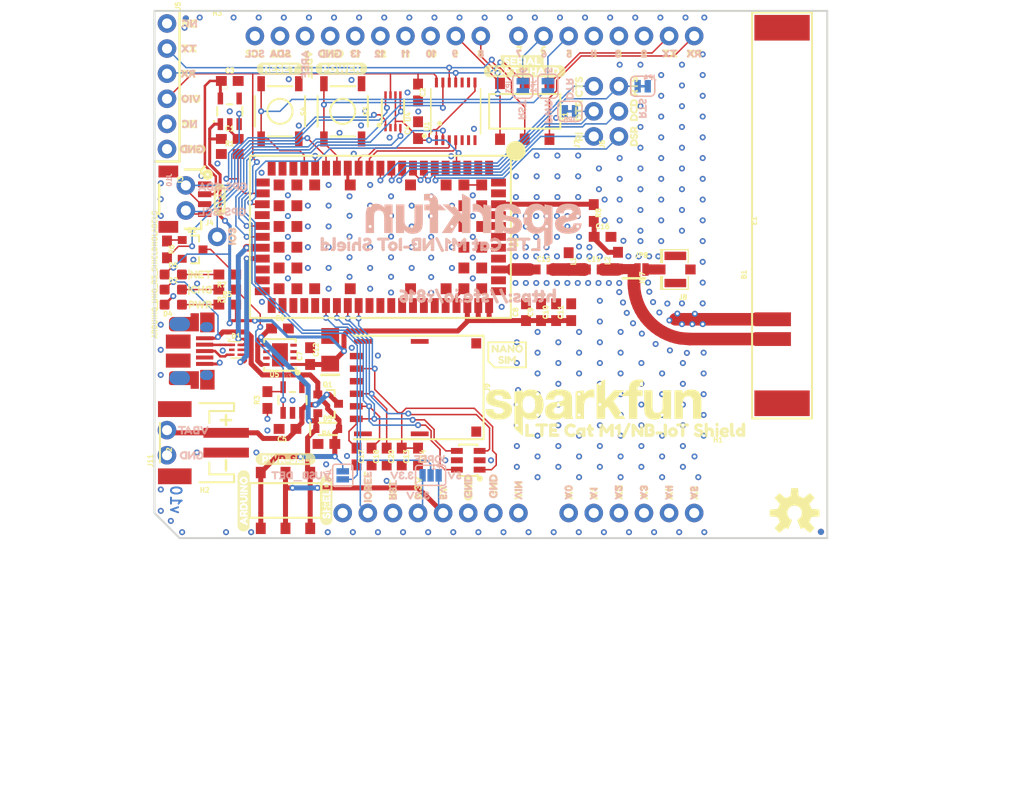
<source format=kicad_pcb>
(kicad_pcb (version 20211014) (generator pcbnew)
  (layers (0 "F.Cu" signal) (31 "B.Cu" signal) (34 "B.Paste" user) (35 "F.Paste" user) (36 "B.SilkS" user "B.Silkscreen") (37 "F.SilkS" user "F.Silkscreen") (38 "B.Mask" user) (39 "F.Mask" user) (44 "Edge.Cuts" user))
  (net 0 "")
  (net 1 "GND")
  (net 2 "V_BATT")
  (net 3 "D-")
  (net 4 "D+")
  (net 5 "ANT")
  (net 6 "V_USB")
  (net 7 "IOREF")
  (net 8 "RX-ARDUINO")
  (net 9 "TX-ARDUINO")
  (net 10 "VUSB_DET")
  (net 11 "N$17")
  (net 12 "N$18")
  (net 13 "N$1")
  (net 14 "3.3V")
  (net 15 "VSIM")
  (net 16 "SIM_IO")
  (net 17 "SIM_CLK")
  (net 18 "SIM_RST")
  (net 19 "TX-CELL")
  (net 20 "RX-CELL")
  (net 21 "1.8V")
  (net 22 "SDA-CELL")
  (net 23 "SCL-CELL")
  (net 24 "SCL-QWIIC")
  (net 25 "SDA-QWIIC")
  (net 26 "ANT_DET")
  (net 27 "N$7")
  (net 28 "N$8")
  (net 29 "N$9")
  (net 30 "N$10")
  (net 31 "GPIO1")
  (net 32 "N$16")
  (net 33 "N$13")
  (net 34 "N$15")
  (net 35 "RESET_N")
  (net 36 "PWR_ON")
  (net 37 "SOFTRX-ARDUINO")
  (net 38 "SOFTTX-ARDUINO")
  (net 39 "HARDRX-ARDUINO")
  (net 40 "HARDTX-ARDUINO")
  (net 41 "N$19")
  (net 42 "N$20")
  (net 43 "SHIELD")
  (net 44 "N$21")
  (net 45 "N$22")
  (net 46 "GPIO2")
  (net 47 "GPS-3.3V")
  (net 48 "ARDUINO-5V")
  (net 49 "ARDUINO-3.3V")
  (net 50 "RTS")
  (net 51 "CTS")
  (net 52 "DTR")
  (net 53 "DSR")
  (net 54 "RI")
  (net 55 "DCD")
  (net 56 "GPIO3-CELL")
  (net 57 "VIN")
  (net 58 "N$11")
  (net 59 "N$12")
  (net 60 "N$14")
  (net 61 "GPIO3-QWIIC")
  (footprint "boardEagle:417" (layer "F.Cu") (at 157.8991 82.6516)
    (fp_text reference "U$16" hide)
    (fp_text value "" hide)
  )
  (footprint "boardEagle:116" (layer "F.Cu") (at 138.5951 82.6516)
    (fp_text reference "U$7" hide)
    (fp_text value "" hide)
  )
  (footprint "boardEagle:JST-2-SMD" (layer "F.Cu") (at 118.0211 122.0216 90)
    (fp_text reference "J2")
    (fp_text value "")
  )
  (footprint "boardEagle:1206-POLAR" (layer "F.Cu") (at 132.2451 112.6236 90)
    (fp_text reference "C12")
    (fp_text value "100uF")
  )
  (footprint "boardEagle:FIDUCIAL-MICRO" (layer "F.Cu") (at 181.9021 131.0386)
    (fp_text reference "FD4" hide)
    (fp_text value "FIDUCIALUFIDUCIAL" hide)
  )
  (footprint "boardEagle:SERIAL57" (layer "F.Cu") (at 149.1361 83.4136)
    (fp_text reference "U$22" hide)
    (fp_text value "" hide)
  )
  (footprint "boardEagle:0603" (layer "F.Cu") (at 156.6291 108.8136 90)
    (fp_text reference "C11")
    (fp_text value "68pF")
  )
  (footprint "boardEagle:NC0" (layer "F.Cu") (at 116.4971 89.7636)
    (fp_text reference "U$107" hide)
    (fp_text value "" hide)
  )
  (footprint "boardEagle:DSR26" (layer "F.Cu") (at 162.9791 92.7354 90)
    (fp_text reference "U$26" hide)
    (fp_text value "" hide)
  )
  (footprint "boardEagle:TSSOP14" (layer "F.Cu") (at 144.9451 88.4936)
    (fp_text reference "U1")
    (fp_text value "TXB0104")
  )
  (footprint "boardEagle:SCL0" (layer "F.Cu") (at 122.9741 82.6516)
    (fp_text reference "U$1" hide)
    (fp_text value "" hide)
  )
  (footprint "boardEagle:SOT23-6L" (layer "F.Cu") (at 146.2151 123.7996 90)
    (fp_text reference "D6" hide)
    (fp_text value "DT1042-04SO-7" hide)
  )
  (footprint "boardEagle:98" (layer "F.Cu") (at 143.9291 82.6516)
    (fp_text reference "U$9" hide)
    (fp_text value "" hide)
  )
  (footprint "boardEagle:STAND-OFF" (layer "F.Cu") (at 171.4881 124.0536)
    (fp_text reference "H1")
    (fp_text value "STAND-OFF")
  )
  (footprint "boardEagle:0603" (layer "F.Cu") (at 127.9271 120.6246 180)
    (fp_text reference "C5")
    (fp_text value "4.7uF")
  )
  (footprint "boardEagle:PWR32" (layer "F.Cu") (at 117.2083 108.0516)
    (fp_text reference "U$37" hide)
    (fp_text value "" hide)
  )
  (footprint "boardEagle:NANO50" (layer "F.Cu") (at 147.8661 112.4966)
    (fp_text reference "U$54" hide)
    (fp_text value "" hide)
  )
  (footprint "boardEagle:GND3" (layer "F.Cu") (at 130.4671 82.6516)
    (fp_text reference "U$4" hide)
    (fp_text value "" hide)
  )
  (footprint "boardEagle:RX22" (layer "F.Cu") (at 167.6781 82.6516)
    (fp_text reference "U$20" hide)
    (fp_text value "" hide)
  )
  (footprint "boardEagle:VSSOP-8" (layer "F.Cu") (at 138.5951 88.4936 90)
    (fp_text reference "U4")
    (fp_text value "TCA9406DCU")
  )
  (footprint "boardEagle:0603" (layer "F.Cu") (at 161.3671 103.6066 90)
    (fp_text reference "L2")
    (fp_text value "DNP")
  )
  (footprint "boardEagle:OSHW-LOGO-M" (layer "F.Cu") (at 179.2351 129.1336)
    (fp_text reference "LOGO2" hide)
    (fp_text value "OSHW-LOGOM" hide)
  )
  (footprint "boardEagle:SDA1" (layer "F.Cu") (at 125.5141 82.6516)
    (fp_text reference "U$2" hide)
    (fp_text value "" hide)
  )
  (footprint "boardEagle:SFE_LOGO_NAME_.2" (layer "F.Cu") (at 147.9931 121.2596)
    (fp_text reference "LOGO1" hide)
    (fp_text value "SFE_LOGO_NAME.2_INCH" hide)
  )
  (footprint "boardEagle:IOREF39" (layer "F.Cu") (at 136.0551 128.7526 90)
    (fp_text reference "U$41" hide)
    (fp_text value "" hide)
  )
  (footprint "boardEagle:DTR24" (layer "F.Cu") (at 157.4165 90.1954 90)
    (fp_text reference "U$24" hide)
    (fp_text value "" hide)
  )
  (footprint "boardEagle:0603" (layer "F.Cu") (at 153.8351 104.4936)
    (fp_text reference "C15")
    (fp_text value "15pF")
  )
  (footprint "boardEagle:0603" (layer "F.Cu") (at 136.4361 123.4186 -90)
    (fp_text reference "C18")
    (fp_text value "47pF")
  )
  (footprint "boardEagle:3#3V41" (layer "F.Cu") (at 141.1351 128.4732 90)
    (fp_text reference "U$43" hide)
    (fp_text value "" hide)
  )
  (footprint "boardEagle:SMT-JUMPER_2_NO_NO-SILK" (layer "F.Cu") (at 163.7411 104.4976)
    (fp_text reference "JP8")
    (fp_text value "J-U.FL")
  )
  (footprint "boardEagle:219" (layer "F.Cu") (at 162.9791 82.6516)
    (fp_text reference "U$18" hide)
    (fp_text value "" hide)
  )
  (footprint "boardEagle:1X03_NO_SILK" (layer "F.Cu") (at 158.9151 91.0336 90)
    (fp_text reference "J7")
    (fp_text value "")
  )
  (footprint "boardEagle:CREATIVE_COMMONS" (layer "F.Cu") (at 119.5451 157.0736)
    (fp_text reference "FRAME2" hide)
    (fp_text value "FRAME-LETTER" hide)
  )
  (footprint "boardEagle:A347" (layer "F.Cu") (at 163.9951 128.4732 90)
    (fp_text reference "U$51" hide)
    (fp_text value "" hide)
  )
  (footprint "boardEagle:0603" (layer "F.Cu") (at 139.4841 123.4186 -90)
    (fp_text reference "C13")
    (fp_text value "0.1uF")
  )
  (footprint "boardEagle:GND3" (layer "F.Cu") (at 148.7551 128.3716 90)
    (fp_text reference "U$46" hide)
    (fp_text value "" hide)
  )
  (footprint "boardEagle:TX21" (layer "F.Cu") (at 165.1381 82.6516)
    (fp_text reference "U$21" hide)
    (fp_text value "" hide)
  )
  (footprint "boardEagle:GPS47" (layer "F.Cu") (at 121.0691 99.1616 90)
    (fp_text reference "U$12" hide)
    (fp_text value "" hide)
  )
  (footprint "boardEagle:RTS28" (layer "F.Cu") (at 162.9791 87.6554 90)
    (fp_text reference "U$28" hide)
    (fp_text value "" hide)
  )
  (footprint "boardEagle:A549" (layer "F.Cu") (at 169.0751 128.4732 90)
    (fp_text reference "U$53" hide)
    (fp_text value "" hide)
  )
  (footprint "boardEagle:A448" (layer "F.Cu") (at 166.5351 128.4732 90)
    (fp_text reference "U$52" hide)
    (fp_text value "" hide)
  )
  (footprint "boardEagle:0603" (layer "F.Cu") (at 122.0851 92.8116)
    (fp_text reference "R1")
    (fp_text value "47k")
  )
  (footprint "boardEagle:SOD-323" (layer "F.Cu") (at 131.9911 120.6246)
    (fp_text reference "D3")
    (fp_text value "1A/23V/620mV")
  )
  (footprint "boardEagle:VIN43" (layer "F.Cu") (at 151.2951 128.4732 90)
    (fp_text reference "U$47" hide)
    (fp_text value "" hide)
  )
  (footprint "boardEagle:615" (layer "F.Cu") (at 152.8191 82.2706)
    (fp_text reference "U$14" hide)
    (fp_text value "" hide)
  )
  (footprint "boardEagle:UNO_R3_SHIELD_NOLABELS" (layer "F.Cu") (at 144.9451 105.0036 -90)
    (fp_text reference "B1")
    (fp_text value "ARDUINO_UNO_R3_SHIELDNOLABELS")
  )
  (footprint "boardEagle:MOLEX_146200" (layer "F.Cu") (at 177.9651 99.0346 -90)
    (fp_text reference "E1")
    (fp_text value "MOLEX-146200")
  )
  (footprint "boardEagle:DCD27" (layer "F.Cu") (at 162.9791 90.1954 90)
    (fp_text reference "U$27" hide)
    (fp_text value "" hide)
  )
  (footprint "boardEagle:CTS23" (layer "F.Cu") (at 157.4165 87.7824 90)
    (fp_text reference "U$23" hide)
    (fp_text value "" hide)
  )
  (footprint "boardEagle:PWR#SEL53" (layer "F.Cu") (at 124.6251 123.6726)
    (fp_text reference "U$38" hide)
    (fp_text value "" hide)
  )
  (footprint "boardEagle:89" (layer "F.Cu") (at 146.4691 82.6516)
    (fp_text reference "U$10" hide)
    (fp_text value "" hide)
  )
  (footprint "boardEagle:CREATIVE_COMMONS" (layer "F.Cu") (at 119.5451 157.0736)
    (fp_text reference "FRAME1" hide)
    (fp_text value "FRAME-LETTER" hide)
  )
  (footprint "boardEagle:LED-0603" (layer "F.Cu") (at 116.3701 108.0516 180)
    (fp_text reference "D4")
    (fp_text value "RED")
  )
  (footprint "boardEagle:1X03_NO_SILK" (layer "F.Cu") (at 161.4551 91.0336 90)
    (fp_text reference "J6")
    (fp_text value "")
  )
  (footprint "boardEagle:SARA-LGA" (layer "F.Cu") (at 137.3251 101.1936 180)
    (fp_text reference "U6")
    (fp_text value "SARA-R410M-2B")
  )
  (footprint "boardEagle:516" (layer "F.Cu") (at 155.4861 82.6516)
    (fp_text reference "U$15" hide)
    (fp_text value "" hide)
  )
  (footprint "boardEagle:318" (layer "F.Cu") (at 160.3121 82.6516)
    (fp_text reference "U$17" hide)
    (fp_text value "" hide)
  )
  (footprint "boardEagle:SHIELD52" (layer "F.Cu") (at 131.8641 130.4036 90)
    (fp_text reference "U$39" hide)
    (fp_text value "" hide)
  )
  (footprint "boardEagle:0603" (layer "F.Cu") (at 137.9601 123.4186 -90)
    (fp_text reference "C20")
    (fp_text value "47pF")
  )
  (footprint "boardEagle:SMT-JUMPER_2_NC_TRACE_NO-SILK" (layer "F.Cu") (at 162.9791 105.3846 -90)
    (fp_text reference "JP7")
    (fp_text value "J-CHIP")
  )
  (footprint "boardEagle:NANO_SIM_WURTH_693043020611" (layer "F.Cu") (at 141.1351 116.4336 90)
    (fp_text reference "J9")
    (fp_text value "NANO_SIM")
  )
  (footprint "boardEagle:NC0" (layer "F.Cu") (at 116.4971 79.6036)
    (fp_text reference "U$103" hide)
    (fp_text value "" hide)
  )
  (footprint "boardEagle:1X02_NO_SILK" (layer "F.Cu") (at 115.7351 123.2916 90)
    (fp_text reference "J11")
    (fp_text value "")
  )
  (footprint "boardEagle:107" (layer "F.Cu") (at 141.2621 82.6516)
    (fp_text reference "U$8" hide)
    (fp_text value "" hide)
  )
  (footprint "boardEagle:0603" (layer "F.Cu") (at 115.7351 102.4636 -90)
    (fp_text reference "R6")
    (fp_text value "10k")
  )
  (footprint "boardEagle:AREF2" (layer "F.Cu") (at 130.0861 81.6356 -90)
    (fp_text reference "U$3" hide)
    (fp_text value "" hide)
  )
  (footprint "boardEagle:134" (layer "F.Cu") (at 133.5151 82.6516)
    (fp_text reference "U$5" hide)
    (fp_text value "" hide)
  )
  (footprint "boardEagle:SOT23-5" (layer "F.Cu") (at 128.4351 117.7036)
    (fp_text reference "U3")
    (fp_text value "MCP73831")
  )
  (footprint "boardEagle:TX21" (layer "F.Cu") (at 116.4971 82.1436)
    (fp_text reference "U$31" hide)
    (fp_text value "" hide)
  )
  (footprint "boardEagle:STAND-OFF" (layer "F.Cu") (at 119.5451 129.1336)
    (fp_text reference "H2")
    (fp_text value "STAND-OFF")
  )
  (footprint "boardEagle:A246" (layer "F.Cu") (at 161.4551 128.4732 90)
    (fp_text reference "U$50" hide)
    (fp_text value "" hide)
  )
  (footprint "boardEagle:USB-MICROB-PTH-MILL" (layer "F.Cu") (at 119.5451 112.7506 -90)
    (fp_text reference "J1")
    (fp_text value "")
  )
  (footprint "boardEagle:ARDUINO51" (layer "F.Cu") (at 123.4821 131.0386 90)
    (fp_text reference "U$33" hide)
    (fp_text value "" hide)
  )
  (footprint "boardEagle:SOT23-3" (layer "F.Cu") (at 131.9911 118.0846 -90)
    (fp_text reference "Q1")
    (fp_text value "2.5A/30V/105mΩ")
  )
  (footprint "boardEagle:LED-0603" (layer "F.Cu") (at 116.3701 105.0036)
    (fp_text reference "D5")
    (fp_text value "BLUE")
  )
  (footprint "boardEagle:0603" (layer "F.Cu") (at 155.1051 108.8136 90)
    (fp_text reference "C10")
    (fp_text value "15pF")
  )
  (footprint "boardEagle:0603" (layer "F.Cu") (at 131.8641 122.1486)
    (fp_text reference "R4")
    (fp_text value "10k")
  )
  (footprint "boardEagle:5V42" (layer "F.Cu") (at 143.6751 128.4732 90)
    (fp_text reference "U$44" hide)
    (fp_text value "" hide)
  )
  (footprint "boardEagle:0603" (layer "F.Cu") (at 134.9121 123.4186 -90)
    (fp_text reference "C17")
    (fp_text value "47pF")
  )
  (footprint "boardEagle:TACTILE_SWITCH_SMD_5.2MM" (layer "F.Cu") (at 133.5151 88.4936 -90)
    (fp_text reference "S3")
    (fp_text value "PWR_ON")
  )
  (footprint "boardEagle:8-UDFN" (layer "F.Cu") (at 127.1651 113.1316 90)
    (fp_text reference "U5")
    (fp_text value "AP7361C-33FGE")
  )
  (footprint "boardEagle:0603" (layer "F.Cu") (at 159.8041 101.1936)
    (fp_text reference "C16")
    (fp_text value "DNP")
  )
  (footprint "boardEagle:0603" (layer "F.Cu") (at 153.5811 108.8136 90)
    (fp_text reference "C9")
    (fp_text value "10nF")
  )
  (footprint "boardEagle:VIO29" (layer "F.Cu") (at 116.4971 87.2236)
    (fp_text reference "U$29" hide)
    (fp_text value "" hide)
  )
  (footprint "boardEagle:0603" (layer "F.Cu") (at 125.8951 117.7036 90)
    (fp_text reference "R3")
    (fp_text value "2.0k")
  )
  (footprint "boardEagle:0603" (layer "F.Cu") (at 158.9151 104.4936)
    (fp_text reference "C19")
    (fp_text value "0")
  )
  (footprint "boardEagle:A044" (layer "F.Cu") (at 156.3751 128.4732 90)
    (fp_text reference "U$48" hide)
    (fp_text value "" hide)
  )
  (footprint "boardEagle:714" (layer "F.Cu") (at 150.4061 82.2706)
    (fp_text reference "U$13" hide)
    (fp_text value "" hide)
  )
  (footprint "boardEagle:0603" (layer "F.Cu") (at 121.8311 108.0516)
    (fp_text reference "R5")
    (fp_text value "1k")
  )
  (footprint "boardEagle:0603" (layer "F.Cu") (at 122.0851 91.2876)
    (fp_text reference "C1")
    (fp_text value "1.0uF")
  )
  (footprint "boardEagle:0603" (layer "F.Cu") (at 121.8311 106.5276 180)
    (fp_text reference "R2")
    (fp_text value "1k")
  )
  (footprint "boardEagle:U.FL" (layer "F.Cu") (at 167.1701 104.4936 180)
    (fp_text reference "J8")
    (fp_text value "U.FL")
  )
  (footprint "boardEagle:SOT23-3" (layer "F.Cu") (at 118.2751 102.4636 -90)
    (fp_text reference "Q2")
    (fp_text value "600mA/40V")
  )
  (footprint "boardEagle:RI25" (layer "F.Cu") (at 157.4165 92.2274 90)
    (fp_text reference "U$25" hide)
    (fp_text value "" hide)
  )
  (footprint "boardEagle:GND3" (layer "F.Cu") (at 146.2151 128.6256 90)
    (fp_text reference "U$45" hide)
    (fp_text value "" hide)
  )
  (footprint "boardEagle:SOT886" (layer "F.Cu") (at 122.7201 112.6236)
    (fp_text reference "D1")
    (fp_text value "PRTR5V0U2F")
  )
  (footprint "boardEagle:0603" (layer "F.Cu") (at 122.0851 85.4202)
    (fp_text reference "C3")
    (fp_text value "1.0uF")
  )
  (footprint "boardEagle:RX22" (layer "F.Cu") (at 116.4971 84.6836)
    (fp_text reference "U$30" hide)
    (fp_text value "" hide)
  )
  (footprint "boardEagle:STAND-OFF" (layer "F.Cu") (at 120.8151 80.8736)
    (fp_text reference "H3")
    (fp_text value "STAND-OFF")
  )
  (footprint "boardEagle:GND3" (layer "F.Cu") (at 116.4971 92.3036)
    (fp_text reference "U$104" hide)
    (fp_text value "" hide)
  )
  (footprint "boardEagle:A145" (layer "F.Cu") (at 158.9151 128.4732 90)
    (fp_text reference "U$49" hide)
    (fp_text value "" hide)
  )
  (footprint "boardEagle:0603" (layer "F.Cu") (at 130.2131 113.2586 90)
    (fp_text reference "C7")
    (fp_text value "4.7uF")
  )
  (footprint "boardEagle:1X04_1MM_RA" (layer "F.Cu") (at 119.5451 97.3836 -90)
    (fp_text reference "J3")
    (fp_text value "")
  )
  (footprint "boardEagle:FIDUCIAL-MICRO" (layer "F.Cu") (at 117.6401 79.0956)
    (fp_text reference "FD3" hide)
    (fp_text value "FIDUCIALUFIDUCIAL" hide)
  )
  (footprint "boardEagle:SOFT#HARD50" (layer "F.Cu") (at 147.7391 84.4296)
    (fp_text reference "U$102" hide)
    (fp_text value "" hide)
  )
  (footprint "boardEagle:0603" (layer "F.Cu") (at 121.8311 105.0036 180)
    (fp_text reference "R7")
    (fp_text value "1k")
  )
  (footprint "boardEagle:RESET48" (layer "F.Cu") (at 124.7521 84.1756)
    (fp_text reference "U$11" hide)
    (fp_text value "" hide)
  )
  (footprint "boardEagle:LTE_CAT_M1#NB#IOT_SHIELD1" (layer "F.Cu") (at 150.7871 120.7516)
    (fp_text reference "U$77" hide)
    (fp_text value "" hide)
  )
  (footprint "boardEagle:0603" (layer "F.Cu") (at 152.0571 108.8136 90)
    (fp_text reference "C8")
    (fp_text value "0.1uF")
  )
  (footprint "boardEagle:SWITCH_DPDT_SMD_AYZ0202" (layer "F.Cu") (at 151.9301 88.4936 180)
    (fp_text reference "S1")
    (fp_text value "")
  )
  (footprint "boardEagle:0603" (layer "F.Cu") (at 156.3751 103.6476 -90)
    (fp_text reference "L1")
    (fp_text value "39nH")
  )
  (footprint "boardEagle:SWITCH_DPDT_SMD_AYZ0202" (layer "F.Cu") (at 127.7239 127.8636 180)
    (fp_text reference "S2")
    (fp_text value "")
  )
  (footprint "boardEagle:IO334" (layer "F.Cu") (at 122.3391 102.7176 90)
    (fp_text reference "U$34" hide)
    (fp_text value "" hide)
  )
  (footprint "boardEagle:SOT23-5" (layer "F.Cu") (at 122.0851 88.4936)
    (fp_text reference "U2")
    (fp_text value "AP2112K-3.3")
  )
  (footprint "boardEagle:1X06_NO_SILK" (layer "F.Cu") (at 115.7351 79.6036 -90)
    (fp_text reference "J5")
    (fp_text value "")
  )
  (footprint "boardEagle:POWER49" (layer "F.Cu") (at 130.7211 84.1756)
    (fp_text reference "U$19" hide)
    (fp_text value "" hide)
  )
  (footprint "boardEagle:LED-0603" (layer "F.Cu") (at 116.3701 106.5276)
    (fp_text reference "D2")
    (fp_text value "Yellow")
  )
  (footprint "boardEagle:SIM51" (layer "F.Cu") (at 148.5519 113.6396)
    (fp_text reference "U$55" hide)
    (fp_text value "" hide)
  )
  (footprint "boardEagle:1X01_NO_SILK" (layer "F.Cu") (at 120.8151 101.1936)
    (fp_text reference "J4")
    (fp_text value "")
  )
  (footprint "boardEagle:125" (layer "F.Cu") (at 136.1821 82.6516)
    (fp_text reference "U$6" hide)
    (fp_text value "" hide)
  )
  (footprint "boardEagle:NET31" (layer "F.Cu") (at 117.3607 105.0036)
    (fp_text reference "U$35" hide)
    (fp_text value "" hide)
  )
  (footprint "boardEagle:CHG33" (layer "F.Cu") (at 117.3861 106.5276)
    (fp_text reference "U$36" hide)
    (fp_text value "" hide)
  )
  (footprint "boardEagle:RST0" (layer "F.Cu") (at 138.5951 128.4986 90)
    (fp_text reference "U$40" hide)
    (fp_text value "" hide)
  )
  (footprint "boardEagle:0603" (layer "F.Cu") (at 158.9151 98.7806 -90)
    (fp_text reference "R8")
    (fp_text value "DNP")
  )
  (footprint "boardEagle:0603" (layer "F.Cu") (at 127.1651 110.4646)
    (fp_text reference "C6")
    (fp_text value "4.7uF")
  )
  (footprint "boardEagle:0603" (layer "F.Cu") (at 141.1351 123.4186 -90)
    (fp_text reference "C14")
    (fp_text value "47pF")
  )
  (footprint "boardEagle:TACTILE_SWITCH_SMD_5.2MM" (layer "F.Cu") (at 127.1651 88.4936 -90)
    (fp_text reference "S4")
    (fp_text value "RESET")
  )
  (footprint "boardEagle:0603" (layer "F.Cu") (at 141.1351 86.5886 -90)
    (fp_text reference "C2")
    (fp_text value "0.1uF")
  )
  (footprint "boardEagle:0603" (layer "F.Cu") (at 141.1351 90.3986 90)
    (fp_text reference "C4")
    (fp_text value "0.1uF")
  )
  (footprint "boardEagle:714" (layer "B.Cu") (at 152.3111 82.6516 180)
    (fp_text reference "U$94" hide)
    (fp_text value "" hide)
  )
  (footprint "boardEagle:SDA1" (layer "B.Cu") (at 128.9431 82.6516 180)
    (fp_text reference "U$84" hide)
    (fp_text value "" hide)
  )
  (footprint "boardEagle:516" (layer "B.Cu") (at 157.3911 82.6516 180)
    (fp_text reference "U$96" hide)
    (fp_text value "" hide)
  )
  (footprint "boardEagle:VBAT2" (layer "B.Cu") (at 120.6881 120.7516 180)
    (fp_text reference "U$111" hide)
    (fp_text value "" hide)
  )
  (footprint "boardEagle:89" (layer "B.Cu") (at 148.5011 82.6516 180)
    (fp_text reference "U$93" hide)
    (fp_text value "" hide)
  )
  (footprint "boardEagle:A145" (layer "B.Cu") (at 158.9151 128.4732 90)
    (fp_text reference "U$70" hide)
    (fp_text value "" hide)
  )
  (footprint "boardEagle:3#3V41" (layer "B.Cu") (at 143.0147 127.3556 180)
    (fp_text reference "U$76" hide)
    (fp_text value "" hide)
  )
  (footprint "boardEagle:GND3" (layer "B.Cu") (at 148.7551 128.3716 90)
    (fp_text reference "U$73" hide)
    (fp_text value "" hide)
  )
  (footprint "boardEagle:A347" (layer "B.Cu") (at 163.9951 128.4732 90)
    (fp_text reference "U$68" hide)
    (fp_text value "" hide)
  )
  (footprint "boardEagle:NC0" (layer "B.Cu") (at 119.5451 79.6036 180)
    (fp_text reference "U$106" hide)
    (fp_text value "" hide)
  )
  (footprint "boardEagle:417" (layer "B.Cu") (at 159.9311 82.6516 180)
    (fp_text reference "U$97" hide)
    (fp_text value "" hide)
  )
  (footprint "boardEagle:SMT-JUMPER_3_NO_SILK" (layer "B.Cu") (at 142.4051 125.3236 180)
    (fp_text reference "JP1")
    (fp_text value "IOREF-SEL")
  )
  (footprint "boardEagle:RST40" (layer "B.Cu") (at 151.6761 90.0176 90)
    (fp_text reference "U$60" hide)
    (fp_text value "" hide)
  )
  (footprint "boardEagle:SMT-JUMPER_2_NC_TRACE_SILK" (layer "B.Cu") (at 156.5021 88.4936)
    (fp_text reference "JP5")
    (fp_text value "")
  )
  (footprint "boardEagle:SFE_LOGO_NAME_.2" (layer "B.Cu") (at 157.6451 102.4636 180)
    (fp_text reference "LOGO3" hide)
    (fp_text value "SFE_LOGO_NAME.2_INCH" hide)
  )
  (footprint "boardEagle:TX21" (layer "B.Cu") (at 119.4181 82.1436 180)
    (fp_text reference "U$80" hide)
    (fp_text value "" hide)
  )
  (footprint "boardEagle:A246" (layer "B.Cu") (at 161.4551 128.4732 90)
    (fp_text reference "U$69" hide)
    (fp_text value "" hide)
  )
  (footprint "boardEagle:SMT-JUMPER_2_NC_TRACE_SILK" (layer "B.Cu") (at 151.7351 85.9536 -90)
    (fp_text reference "JP3")
    (fp_text value "JUMPER-SMT_2_NC_TRACE_SILK")
  )
  (footprint "boardEagle:FIDUCIAL-MICRO" (layer "B.Cu") (at 117.6401 79.0956 180)
    (fp_text reference "FD2" hide)
    (fp_text value "FIDUCIALUFIDUCIAL" hide)
  )
  (footprint "boardEagle:GND3" (layer "B.Cu") (at 120.1801 123.2916 180)
    (fp_text reference "U$112" hide)
    (fp_text value "" hide)
  )
  (footprint "boardEagle:SMT-JUMPER_2_NO_SILK" (layer "B.Cu") (at 133.5151 125.3236 -90)
    (fp_text reference "JP6")
    (fp_text value "VUSB_DET")
  )
  (footprint "boardEagle:134" (layer "B.Cu") (at 136.0551 82.6516 180)
    (fp_text reference "U$87" hide)
    (fp_text value "" hide)
  )
  (footprint "boardEagle:GND3" (layer "B.Cu") (at 134.1501 82.6516 180)
    (fp_text reference "U$88" hide)
    (fp_text value "" hide)
  )
  (footprint "boardEagle:DTR24" (layer "B.Cu") (at 156.5021 87.9856 90)
    (fp_text reference "U$63" hide)
    (fp_text value "" hide)
  )
  (footprint "boardEagle:SMT-JUMPER_2_NC_TRACE_SILK" (layer "B.Cu") (at 154.2751 85.9536 -90)
    (fp_text reference "JP2")
    (fp_text value "JUMPER-SMT_2_NC_TRACE_SILK")
  )
  (footprint "boardEagle:VIO29" (layer "B.Cu") (at 119.7991 87.2236 180)
    (fp_text reference "U$82" hide)
    (fp_text value "" hide)
  )
  (footprint "boardEagle:SCL0" (layer "B.Cu") (at 126.2761 82.6516 180)
    (fp_text reference "U$85" hide)
    (fp_text value "" hide)
  )
  (footprint "boardEagle:RST0" (layer "B.Cu") (at 138.5951 128.4986 90)
    (fp_text reference "U$42" hide)
    (fp_text value "" hide)
  )
  (footprint "boardEagle:516" (layer "B.Cu") (at 154.3431 85.3186 90)
    (fp_text reference "U$61" hide)
    (fp_text value "" hide)
  )
  (footprint "boardEagle:615" (layer "B.Cu") (at 151.8031 85.3186 90)
    (fp_text reference "U$62" hide)
    (fp_text value "" hide)
  )
  (footprint "boardEagle:318" (layer "B.Cu") (at 162.4711 82.6516 180)
    (fp_text reference "U$98" hide)
    (fp_text value "" hide)
  )
  (footprint "boardEagle:98" (layer "B.Cu") (at 145.8341 82.6516 180)
    (fp_text reference "U$92" hide)
    (fp_text value "" hide)
  )
  (footprint "boardEagle:219" (layer "B.Cu") (at 165.0111 82.6516 180)
    (fp_text reference "U$99" hide)
    (fp_text value "" hide)
  )
  (footprint "boardEagle:GND3" (layer "B.Cu") (at 120.1801 92.3036 180)
    (fp_text reference "U$105" hide)
    (fp_text value "" hide)
  )
  (footprint "boardEagle:A044" (layer "B.Cu") (at 156.3751 128.4732 90)
    (fp_text reference "U$71" hide)
    (fp_text value "" hide)
  )
  (footprint "boardEagle:GND3" (layer "B.Cu") (at 146.2151 128.3716 90)
    (fp_text reference "U$74" hide)
    (fp_text value "" hide)
  )
  (footprint "boardEagle:5V42" (layer "B.Cu") (at 146.2151 125.3236 180)
    (fp_text reference "U$57" hide)
    (fp_text value "" hide)
  )
  (footprint "boardEagle:PWR32" (layer "B.Cu") (at 154.3431 90.3986 90)
    (fp_text reference "U$59" hide)
    (fp_text value "" hide)
  )
  (footprint "boardEagle:GPS#SDA0" (layer "B.Cu") (at 124.6251 96.1136 180)
    (fp_text reference "U$110" hide)
    (fp_text value "" hide)
  )
  (footprint "boardEagle:RX22" (layer "B.Cu") (at 119.2911 84.6836 180)
    (fp_text reference "U$81" hide)
    (fp_text value "" hide)
  )
  (footprint "boardEagle:3#3V41" (layer "B.Cu") (at 141.3891 125.3236 180)
    (fp_text reference "U$58" hide)
    (fp_text value "" hide)
  )
  (footprint "boardEagle:615" (layer "B.Cu") (at 154.8511 82.6516 180)
    (fp_text reference "U$95" hide)
    (fp_text value "" hide)
  )
  (footprint "boardEagle:IOREF39" (layer "B.Cu") (at 136.0551 128.7526 90)
    (fp_text reference "U$78" hide)
    (fp_text value "" hide)
  )
  (footprint "boardEagle:VIN43" (layer "B.Cu") (at 151.2951 128.4732 90)
    (fp_text reference "U$72" hide)
    (fp_text value "" hide)
  )
  (footprint "boardEagle:RTS28" (layer "B.Cu") (at 163.8681 89.8906 90)
    (fp_text reference "U$64" hide)
    (fp_text value "" hide)
  )
  (footprint "boardEagle:IOREF39" (layer "B.Cu") (at 144.5641 123.6726 180)
    (fp_text reference "U$56" hide)
    (fp_text value "" hide)
  )
  (footprint "boardEagle:VUSB_DET52" (layer "B.Cu") (at 133.0071 125.3236 180)
    (fp_text reference "U$65" hide)
    (fp_text value "" hide)
  )
  (footprint "boardEagle:1X02_NO_SILK" (layer "B.Cu") (at 117.6401 95.9866 -90)
    (fp_text reference "J10")
    (fp_text value "")
  )
  (footprint "boardEagle:SMT-JUMPER_2_NC_TRACE_SILK" (layer "B.Cu") (at 163.8681 85.9536 180)
    (fp_text reference "JP4")
    (fp_text value "")
  )
  (footprint "boardEagle:NC0" (layer "B.Cu") (at 119.5451 89.7636 180)
    (fp_text reference "U$108" hide)
    (fp_text value "" hide)
  )
  (footprint "boardEagle:125" (layer "B.Cu") (at 138.4681 82.6516 180)
    (fp_text reference "U$89" hide)
    (fp_text value "" hide)
  )
  (footprint "boardEagle:AREF2" (layer "B.Cu") (at 129.7051 81.6356 -90)
    (fp_text reference "U$86" hide)
    (fp_text value "" hide)
  )
  (footprint "boardEagle:116" (layer "B.Cu") (at 141.1351 82.6516 180)
    (fp_text reference "U$90" hide)
    (fp_text value "" hide)
  )
  (footprint "boardEagle:LTE_CAT_M1#NB#IOT_SHIELD1" (layer "B.Cu") (at 154.7241 101.9556 180)
    (fp_text reference "U$32" hide)
    (fp_text value "" hide)
  )
  (footprint "boardEagle:GPS#SCL1" (layer "B.Cu") (at 124.4981 98.6536 180)
    (fp_text reference "U$109" hide)
    (fp_text value "" hide)
  )
  (footprint "boardEagle:RX22" (layer "B.Cu") (at 170.4721 82.6516 180)
    (fp_text reference "U$101" hide)
    (fp_text value "" hide)
  )
  (footprint "boardEagle:FIDUCIAL-MICRO" (layer "B.Cu") (at 181.9021 131.0386 180)
    (fp_text reference "FD1" hide)
    (fp_text value "FIDUCIALUFIDUCIAL" hide)
  )
  (footprint "boardEagle:107" (layer "B.Cu") (at 143.6751 82.6516 180)
    (fp_text reference "U$91" hide)
    (fp_text value "" hide)
  )
  (footprint "boardEagle:TX21" (layer "B.Cu") (at 168.0591 82.6516 180)
    (fp_text reference "U$100" hide)
    (fp_text value "" hide)
  )
  (footprint "boardEagle:A549" (layer "B.Cu") (at 169.0751 128.4732 90)
    (fp_text reference "U$66" hide)
    (fp_text value "" hide)
  )
  (footprint "boardEagle:5V42" (layer "B.Cu") (at 143.6751 128.4732 90)
    (fp_text reference "U$75" hide)
    (fp_text value "" hide)
  )
  (footprint "boardEagle:IO334" (layer "B.Cu") (at 122.3391 102.7176 90)
    (fp_text reference "U$79" hide)
    (fp_text value "" hide)
  )
  (footprint "boardEagle:HTTPS###SFE#IO#T8160" (layer "B.Cu") (at 156.2481 107.1626 180)
    (fp_text reference "U$83" hide)
    (fp_text value "" hide)
  )
  (footprint "boardEagle:A448" (layer "B.Cu") (at 166.5351 128.4732 90)
    (fp_text reference "U$67" hide)
    (fp_text value "" hide)
  )
  (gr_line (start 114.4651 93.5736) (end 117.0051 93.5736) (layer "F.SilkS") (width 0.254))
  (gr_line (start 121.7041 124.8156) (end 121.7041 123.7996) (layer "F.SilkS") (width 0.254))
  (gr_line (start 161.8361 105.3846) (end 164.1221 105.3846) (layer "F.SilkS") (width 0.254))
  (gr_line (start 152.0571 114.4016) (end 152.0571 111.8616) (layer "F.SilkS") (width 0.1778))
  (gr_line (start 148.2471 111.8616) (end 148.2471 113.7666) (layer "F.SilkS") (width 0.1778))
  (gr_line (start 121.7041 119.2276) (end 121.7041 120.2436) (layer "F.SilkS") (width 0.254))
  (gr_line (start 148.2471 113.7666) (end 148.8821 114.4016) (layer "F.SilkS") (width 0.1778))
  (gr_line (start 117.0051 91.0336) (end 117.0051 78.3336) (layer "F.SilkS") (width 0.254))
  (gr_line (start 148.8821 114.4016) (end 152.0571 114.4016) (layer "F.SilkS") (width 0.1778))
  (gr_line (start 121.1961 119.7356) (end 122.2121 119.7356) (layer "F.SilkS") (width 0.254))
  (gr_line (start 117.0051 93.5736) (end 117.0051 91.0336) (layer "F.SilkS") (width 0.254))
  (gr_line (start 119.5451 94.0816) (end 119.1641 94.4626) (layer "F.SilkS") (width 0.254))
  (gr_line (start 152.0571 111.8616) (end 148.2471 111.8616) (layer "F.SilkS") (width 0.1778))
  (gr_line (start 117.0051 131.6736) (end 182.5371 131.6736) (layer "Edge.Cuts") (width 0.2032))
  (gr_line (start 114.4651 78.3336) (end 114.4651 129.1336) (layer "Edge.Cuts") (width 0.2032))
  (gr_line (start 114.4651 129.1336) (end 117.0051 131.6736) (layer "Edge.Cuts") (width 0.2032))
  (gr_line (start 182.5371 131.6736) (end 182.5371 78.3336) (layer "Edge.Cuts") (width 0.2032))
  (gr_line (start 182.5371 78.3336) (end 114.4651 78.3336) (layer "Edge.Cuts") (width 0.2032))
  (gr_text "v10" (at 117.2591 126.2126 -90) (layer "B.Cu") (effects (font (size 1.0795 1.0795) (thickness 0.1905)) (justify right top mirror)))
  (segment (start 120.9421 114.0506) (end 121.0691 113.9236) (width 0.3048) (layer "F.Cu") (net 1))
  (segment (start 122.0851 90.4376) (end 122.9351 91.2876) (width 0.254) (layer "F.Cu") (net 1))
  (segment (start 115.4931 108.0516) (end 116.3521 107.1926) (width 0.254) (layer "F.Cu") (net 1))
  (segment (start 134.0251 94.2436) (end 134.0251 95.6936) (width 0.3048) (layer "F.Cu") (net 1))
  (segment (start 125.8951 118.5536) (end 125.8951 119.6086) (width 0.1524) (layer "F.Cu") (net 1))
  (segment (start 145.7751 95.9436) (end 147.5751 95.9436) (width 0.1524) (layer "F.Cu") (net 1))
  (segment (start 145.0251 108.1436) (end 145.0251 107.1936) (width 0.3048) (layer "F.Cu") (net 1))
  (segment (start 119.5451 114.0506) (end 120.9421 114.0506) (width 0.3048) (layer "F.Cu") (net 1))
  (segment (start 122.0851 89.7937) (end 122.0851 90.4376) (width 0.254) (layer "F.Cu") (net 1))
  (segment (start 145.0251 107.1936) (end 145.7751 106.4436) (width 0.3048) (layer "F.Cu") (net 1))
  (segment (start 116.3521 107.1926) (end 116.3701 107.1926) (width 0.254) (layer "F.Cu") (net 1))
  (segment (start 134.0251 95.6936) (end 134.2751 95.9436) (width 0.3048) (layer "F.Cu") (net 1))
  (segment (start 177.0151 109.5346) (end 167.1701 109.5346) (width 1.27) (layer "F.Cu") (net 1))
  (via (at 169.9371 84.8236) (size 0.6048) (drill 0.3) (layers "F.Cu" "B.Cu") (net 1))
  (via (at 145.3337 79.0052) (size 0.6048) (drill 0.3) (layers "F.Cu" "B.Cu") (net 1))
  (via (at 151.1311 120.2626) (size 0.6048) (drill 0.3) (layers "F.Cu" "B.Cu") (net 1))
  (via (at 170.0987 79.0052) (size 0.6048) (drill 0.3) (layers "F.Cu" "B.Cu") (net 1))
  (via (at 142.4651 106.8586) (size 0.6048) (drill 0.3) (layers "F.Cu" "B.Cu") (net 1))
  (via (at 138.4061 97.0906) (size 0.6048) (drill 0.3) (layers "F.Cu" "B.Cu") (net 1))
  (via (at 150.4137 79.0052) (size 0.6048) (drill 0.3) (layers "F.Cu" "B.Cu") (net 1))
  (via (at 159.5261 103.1666) (size 0.6048) (drill 0.3) (layers "F.Cu" "B.Cu") (net 1))
  (via (at 160.4431 105.8626) (size 0.6048) (drill 0.3) (layers "F.Cu" "B.Cu") (net 1))
  (via (at 133.1931 90.678) (size 0.6048) (drill 0.3) (layers "F.Cu" "B.Cu") (net 1))
  (via (at 121.7117 131.0752) (size 0.6048) (drill 0.3) (layers "F.Cu" "B.Cu") (net 1))
  (via (at 151.1311 118.1626) (size 0.6048) (drill 0.3) (layers "F.Cu" "B.Cu") (net 1))
  (via (at 146.6751 101.1936) (size 0.6048) (drill 0.3) (layers "F.Cu" "B.Cu") (net 1))
  (via (at 154.1431 100.1436) (size 0.6048) (drill 0.3) (layers "F.Cu" "B.Cu") (net 1))
  (via (at 151.1311 111.8626) (size 0.6048) (drill 0.3) (layers "F.Cu" "B.Cu") (net 1))
  (via (at 163.7311 118.1626) (size 0.6048) (drill 0.3) (layers "F.Cu" "B.Cu") (net 1))
  (via (at 115.1077 126.7572) (size 0.6048) (drill 0.3) (layers "F.Cu" "B.Cu") (net 1))
  (via (at 163.6371 87.9736) (size 0.6048) (drill 0.3) (layers "F.Cu" "B.Cu") (net 1))
  (via (at 157.2931 100.1436) (size 0.6048) (drill 0.3) (layers "F.Cu" "B.Cu") (net 1))
  (via (at 135.1737 79.0052) (size 0.6048) (drill 0.3) (layers "F.Cu" "B.Cu") (net 1))
  (via (at 165.7371 95.3236) (size 0.6048) (drill 0.3) (layers "F.Cu" "B.Cu") (net 1))
  (via (at 163.7791 110.9856) (size 0.6048) (drill 0.3) (layers "F.Cu" "B.Cu") (net 1))
  (via (at 136.2901 104.3386) (size 0.6048) (drill 0.3) (layers "F.Cu" "B.Cu") (net 1))
  (via (at 170.0311 117.1126) (size 0.6048) (drill 0.3) (layers "F.Cu" "B.Cu") (net 1))
  (via (at 165.6537 79.0052) (size 0.6048) (drill 0.3) (layers "F.Cu" "B.Cu") (net 1))
  (via (at 117.2667 131.0752) (size 0.6048) (drill 0.3) (layers "F.Cu" "B.Cu") (net 1))
  (via (at 160.0131 97.4236) (size 0.6048) (drill 0.3) (layers "F.Cu" "B.Cu") (net 1))
  (via (at 159.4371 94.2736) (size 0.6048) (drill 0.3) (layers "F.Cu" "B.Cu") (net 1))
  (via (at 152.0431 99.0936) (size 0.6048) (drill 0.3) (layers "F.Cu" "B.Cu") (net 1))
  (via (at 155.2371 97.1696) (size 0.6048) (drill 0.3) (layers "F.Cu" "B.Cu") (net 1))
  (via (at 134.4295 112.4204) (size 0.6048) (drill 0.3) (layers "F.Cu" "B.Cu") (net 1))
  (via (at 163.6371 83.7736) (size 0.6048) (drill 0.3) (layers "F.Cu" "B.Cu") (net 1))
  (via (at 151.1311 124.4626) (size 0.6048) (drill 0.3) (layers "F.Cu" "B.Cu") (net 1))
  (via (at 115.1077 95.7692) (size 0.6048) (drill 0.3) (layers "F.Cu" "B.Cu") (net 1))
  (via (at 138.4061 106.8286) (size 0.6048) (drill 0.3) (layers "F.Cu" "B.Cu") (net 1))
  (via (at 137.0711 113.2078) (size 0.6048) (drill 0.3) (layers "F.Cu" "B.Cu") (net 1))
  (via (at 135.3693 89.916) (size 0.6096) (drill 0.3048) (layers "F.Cu" "B.Cu") (net 1))
  (via (at 157.3371 97.1696) (size 0.6048) (drill 0.3) (layers "F.Cu" "B.Cu") (net 1))
  (via (at 169.4891 125.5126) (size 0.6048) (drill 0.3) (layers "F.Cu" "B.Cu") (net 1))
  (via (at 144.5651 104.3436) (size 0.6048) (drill 0.3) (layers "F.Cu" "B.Cu") (net 1))
  (via (at 164.5201 103.1666) (size 0.6048) (drill 0.3) (layers "F.Cu" "B.Cu") (net 1))
  (via (at 159.4371 96.3736) (size 0.6048) (drill 0.3) (layers "F.Cu" "B.Cu") (net 1))
  (via (at 127.9681 105.3886) (size 0.6048) (drill 0.3) (layers "F.Cu" "B.Cu") (net 1))
  (via (at 157.2931 105.8626) (size 0.6048) (drill 0.3) (layers "F.Cu" "B.Cu") (net 1))
  (via (at 154.8587 131.0752) (size 0.6048) (drill 0.3) (layers "F.Cu" "B.Cu") (net 1))
  (via (at 119.0447 79.0052) (size 0.6048) (drill 0.3) (layers "F.Cu" "B.Cu") (net 1))
  (via (at 161.6311 123.4126) (size 0.6048) (drill 0.3) (layers "F.Cu" "B.Cu") (net 1))
  (via (at 151.0371 95.0696) (size 0.6048) (drill 0.3) (layers "F.Cu" "B.Cu") (net 1))
  (via (at 142.4651 105.2666) (size 0.6048) (drill 0.3) (layers "F.Cu" "B.Cu") (net 1))
  (via (at 144.5651 98.0436) (size 0.6048) (drill 0.3) (layers "F.Cu" "B.Cu") (net 1))
  (via (at 170.0311 112.9126) (size 0.6048) (drill 0.3) (layers "F.Cu" "B.Cu") (net 1))
  (via (at 159.3931 105.8626) (size 0.6048) (drill 0.3) (layers "F.Cu" "B.Cu") (net 1))
  (via (at 152.0431 105.8626) (size 0.6048) (drill 0.3) (layers "F.Cu" "B.Cu") (net 1))
  (via (at 167.5587 131.0752) (size 0.6048) (drill 0.3) (layers "F.Cu" "B.Cu") (net 1))
  (via (at 164.9161 107.7966) (size 0.6048) (drill 0.3) (layers "F.Cu" "B.Cu") (net 1))
  (via (at 146.6751 96.9936) (size 0.6048) (drill 0.3) (layers "F.Cu" "B.Cu") (net 1))
  (via (at 154.1431 99.0936) (size 0.6048) (drill 0.3) (layers "F.Cu" "B.Cu") (net 1))
  (via (at 117.5131 80.0354) (size 0.6096) (drill 0.3048) (layers "F.Cu" "B.Cu") (net 1))
  (via (at 140.4901 104.3386) (size 0.6048) (drill 0.3) (layers "F.Cu" "B.Cu") (net 1))
  (via (at 162.4201 103.1666) (size 0.6048) (drill 0.3) (layers "F.Cu" "B.Cu") (net 1))
  (via (at 163.7311 113.9626) (size 0.6048) (drill 0.3) (layers "F.Cu" "B.Cu") (net 1))
  (via (at 130.0937 79.0052) (size 0.6048) (drill 0.3) (layers "F.Cu" "B.Cu") (net 1))
  (via (at 159.5311 107.6626) (size 0.6048) (drill 0.3) (layers "F.Cu" "B.Cu") (net 1))
  (via (at 165.5511 108.8466) (size 0.6048) (drill 0.3) (layers "F.Cu" "B.Cu") (net 1))
  (via (at 153.0931 103.1666) (size 0.6048) (drill 0.3) (layers "F.Cu" "B.Cu") (net 1))
  (via (at 167.9311 122.3626) (size 0.6048) (drill 0.3) (layers "F.Cu" "B.Cu") (net 1))
  (via (at 152.0431 102.2436) (size 0.6048) (drill 0.3) (layers "F.Cu" "B.Cu") (net 1))
  (via (at 161.5371 95.3236) (size 0.6048) (drill 0.3) (layers "F.Cu" "B.Cu") (net 1))
  (via (at 169.9371 95.3236) (size 0.6048) (drill 0.3) (layers "F.Cu" "B.Cu") (net 1))
  (via (at 134.2061 101.1636) (size 0.6048) (drill 0.3) (layers "F.Cu" "B.Cu") (net 1))
  (via (at 124.7775 123.0122) (size 0.6048) (drill 0.3) (layers "F.Cu" "B.Cu") (net 1))
  (via (at 159.5311 116.0626) (size 0.6048) (drill 0.3) (layers "F.Cu" "B.Cu") (net 1))
  (via (at 165.8311 117.1126) (size 0.6048) (drill 0.3) (layers "F.Cu" "B.Cu") (net 1))
  (via (at 156.2431 105.8626) (size 0.6048) (drill 0.3) (layers "F.Cu" "B.Cu") (net 1))
  (via (at 163.4701 103.1666) (size 0.6048) (drill 0.3) (layers "F.Cu" "B.Cu") (net 1))
  (via (at 160.5737 79.0052) (size 0.6048) (drill 0.3) (layers "F.Cu" "B.Cu") (net 1))
  (via (at 169.1081 123.4126) (size 0.6048) (drill 0.3) (layers "F.Cu" "B.Cu") (net 1))
  (via (at 146.6751 105.3936) (size 0.6048) (drill 0.3) (layers "F.Cu" "B.Cu") (net 1))
  (via (at 140.0683 86.5886) (size 0.6096) (drill 0.3048) (layers "F.Cu" "B.Cu") (net 1))
  (via (at 150.9931 105.8626) (size 0.6048) (drill 0.3) (layers "F.Cu" "B.Cu") (net 1))
  (via (at 152.3187 131.0752) (size 0.6048) (drill 0.3) (layers "F.Cu" "B.Cu") (net 1))
  (via (at 161.5371 97.4236) (size 0.6048) (drill 0.3) (layers "F.Cu" "B.Cu") (net 1))
  (via (at 165.7371 99.5236) (size 0.6048) (drill 0.3) (layers "F.Cu" "B.Cu") (net 1))
  (via (at 157.4311 115.0126) (size 0.6048) (drill 0.3) (layers "F.Cu" "B.Cu") (net 1))
  (via (at 157.3371 95.0696) (size 0.6048) (drill 0.3) (layers "F.Cu" "B.Cu") (net 1))
  (via (at 163.6371 101.6236) (size 0.6048) (drill 0.3) (layers "F.Cu" "B.Cu") (net 1))
  (via (at 127.9681 99.0886) (size 0.6048) (drill 0.3) (layers "F.Cu" "B.Cu") (net 1))
  (via (at 157.4311 123.4126) (size 0.6048) (drill 0.3) (layers "F.Cu" "B.Cu") (net 1))
  (via (at 163.7311 120.2626) (size 0.6048) (drill 0.3) (layers "F.Cu" "B.Cu") (net 1))
  (via (at 153.2311 119.2126) (size 0.6048) (drill 0.3) (layers "F.Cu" "B.Cu") (net 1))
  (via (at 153.2311 125.5126) (size 0.6048) (drill 0.3) (layers "F.Cu" "B.Cu") (net 1))
  (via (at 169.9371 107.9236) (size 0.6048) (drill 0.3) (layers "F.Cu" "B.Cu") (net 1))
  (via (at 118.7577 123.0122) (size 0.6048) (drill 0.3) (layers "F.Cu" "B.Cu") (net 1))
  (via (at 134.2061 103.2636) (size 0.6048) (drill 0.3) (layers "F.Cu" "B.Cu") (net 1))
  (via (at 132.0901 98.0386) (size 0.6048) (drill 0.3) (layers "F.Cu" "B.Cu") (net 1))
  (via (at 129.9901 104.3386) (size 0.6048) (drill 0.3) (layers "F.Cu" "B.Cu") (net 1))
  (via (at 166.3571 107.9436) (size 0.6048) (drill 0.3) (layers "F.Cu" "B.Cu") (net 1))
  (via (at 151.2581 116.6976) (size 0.6048) (drill 0.3) (layers "F.Cu" "B.Cu") (net 1))
  (via (at 156.2431 100.1436) (size 0.6048) (drill 0.3) (layers "F.Cu" "B.Cu") (net 1))
  (via (at 157.3371 92.9696) (size 0.6048) (drill 0.3) (layers "F.Cu" "B.Cu") (net 1))
  (via (at 152.0431 100.1436) (size 0.6048) (drill 0.3) (layers "F.Cu" "B.Cu") (net 1))
  (via (at 156.2431 99.0936) (size 0.6048) (drill 0.3) (layers "F.Cu" "B.Cu") (net 1))
  (via (at 167.8371 94.2736) (size 0.6048) (drill 0.3) (layers "F.Cu" "B.Cu") (net 1))
  (via (at 169.9371 89.0236) (size 0.6048) (drill 0.3) (layers "F.Cu" "B.Cu") (net 1))
  (via (at 167.8371 96.3736) (size 0.6048) (drill 0.3) (layers "F.Cu" "B.Cu") (net 1))
  (via (at 154.1431 102.2436) (size 0.6048) (drill 0.3) (layers "F.Cu" "B.Cu") (net 1))
  (via (at 159.5311 113.9626) (size 0.6048) (drill 0.3) (layers "F.Cu" "B.Cu") (net 1))
  (via (at 163.6371 100.5736) (size 0.6048) (drill 0.3) (layers "F.Cu" "B.Cu") (net 1))
  (via (at 163.7311 116.0626) (size 0.6048) (drill 0.3) (layers "F.Cu" "B.Cu") (net 1))
  (via (at 159.5311 120.2626) (size 0.6048) (drill 0.3) (layers "F.Cu" "B.Cu") (net 1))
  (via (at 132.0901 104.3386) (size 0.6048) (drill 0.3) (layers "F.Cu" "B.Cu") (net 1))
  (via (at 118.4021 103.5096) (size 0.6048) (drill 0.3) (layers "F.Cu" "B.Cu") (net 1))
  (via (at 137.0787 131.0752) (size 0.6048) (drill 0.3) (layers "F.Cu" "B.Cu") (net 1))
  (via (at 163.6371 90.0736) (size 0.6048) (drill 0.3) (layers "F.Cu" "B.Cu") (net 1))
  (via (at 162.4787 131.0752) (size 0.6048) (drill 0.3) (layers "F.Cu" "B.Cu") (net 1))
  (via (at 169.9371 101.6236) (size 0.6048) (drill 0.3) (layers "F.Cu" "B.Cu") (net 1))
  (via (at 155.1931 101.1936) (size 0.6048) (drill 0.3) (layers "F.Cu" "B.Cu") (net 1))
  (via (at 138.4061 105.2366) (size 0.6048) (drill 0.3) (layers "F.Cu" "B.Cu") (net 1))
  (via (at 155.3311 118.1626) (size 0.6048) (drill 0.3) (layers "F.Cu" "B.Cu") (net 1))
  (via (at 161.6311 112.9126) (size 0.6048) (drill 0.3) (layers "F.Cu" "B.Cu") (net 1))
  (via (at 153.1371 97.1696) (size 0.6048) (drill 0.3) (layers "F.Cu" "B.Cu") (net 1))
  (via (at 163.6371 96.3736) (size 0.6048) (drill 0.3) (layers "F.Cu" "B.Cu") (net 1))
  (via (at 170.0987 131.0752) (size 0.6048) (drill 0.3) (layers "F.Cu" "B.Cu") (net 1))
  (via (at 138.4061 99.0636) (size 0.6048) (drill 0.3) (layers "F.Cu" "B.Cu") (net 1))
  (via (at 165.0187 131.0752) (size 0.6048) (drill 0.3) (layers "F.Cu" "B.Cu") (net 1))
  (via (at 167.8371 98.4736) (size 0.6048) (drill 0.3) (layers "F.Cu" "B.Cu") (net 1))
  (via (at 155.3311 116.0626) (size 0.6048) (drill 0.3) (layers "F.Cu" "B.Cu") (net 1))
  (via (at 161.5371 99.5236) (size 0.6048) (drill 0.3) (layers "F.Cu" "B.Cu") (net 1))
  (via (at 155.3311 122.3626) (size 0.6048) (drill 0.3) (layers "F.Cu" "B.Cu") (net 1))
  (via (at 155.3311 111.8626) (size 0.6048) (drill 0.3) (layers "F.Cu" "B.Cu") (net 1))
  (via (at 132.0901 106.4386) (size 0.6048) (drill 0.3) (layers "F.Cu" "B.Cu") (net 1))
  (via (at 167.9311 118.1626) (size 0.6048) (drill 0.3) (layers "F.Cu" "B.Cu") (net 1))
  (via (at 136.2901 102.2386) (size 0.6048) (drill 0.3) (layers "F.Cu" "B.Cu") (net 1))
  (via (at 141.1557 88.51) (size 0.6048) (drill 0.3) (layers "F.Cu" "B.Cu") (net 1))
  (via (at 157.4201 101.1936) (size 0.6048) (drill 0.3) (layers "F.Cu" "B.Cu") (net 1))
  (via (at 167.8371 100.5736) (size 0.6048) (drill 0.3) (layers "F.Cu" "B.Cu") (net 1))
  (via (at 167.9311 116.0626) (size 0.6048) (drill 0.3) (layers "F.Cu" "B.Cu") (net 1))
  (via (at 140.4901 98.0386) (size 0.6048) (drill 0.3) (layers "F.Cu" "B.Cu") (net 1))
  (via (at 139.6187 131.0752) (size 0.6048) (drill 0.3) (layers "F.Cu" "B.Cu") (net 1))
  (via (at 150.9931 99.0936) (size 0.6048) (drill 0.3) (layers "F.Cu" "B.Cu") (net 1))
  (via (at 132.0901 100.1386) (size 0.6048) (drill 0.3) (layers "F.Cu" "B.Cu") (net 1))
  (via (at 165.7371 91.1236) (size 0.6048) (drill 0.3) (layers "F.Cu" "B.Cu") (net 1))
  (via (at 125.0137 79.0052) (size 0.6048) (drill 0.3) (layers "F.Cu" "B.Cu") (net 1))
  (via (at 159.9387 131.0752) (size 0.6048) (drill 0.3) (layers "F.Cu" "B.Cu") (net 1))
  (via (at 155.1051 89.1586) (size 0.6048) (drill 0.3) (layers "F.Cu" "B.Cu") (net 1))
  (via (at 138.2601 91.1516) (size 0.6048) (drill 0.3) (layers "F.Cu" "B.Cu") (net 1))
  (via (at 169.1411 108.9736) (size 0.6048) (drill 0.3) (layers "F.Cu" "B.Cu") (net 1))
  (via (at 142.4651 97.1206) (size 0.6048) (drill 0.3) (layers "F.Cu" "B.Cu") (net 1))
  (via (at 169.9371 93.2236) (size 0.6048) (drill 0.3) (layers "F.Cu" "B.Cu") (net 1))
  (via (at 118.7831 105.9226) (size 0.6048) (drill 0.3) (layers "F.Cu" "B.Cu") (net 1))
  (via (at 138.4061 101.1636) (size 0.6048) (drill 0.3) (layers "F.Cu" "B.Cu") (net 1))
  (via (at 127.9681 101.1886) (size 0.6048) (drill 0.3) (layers "F.Cu" "B.Cu") (net 1))
  (via (at 132.0901 102.2386) (size 0.6048) (drill 0.3) (layers "F.Cu" "B.Cu") (net 1))
  (via (at 153.1371 95.0696) (size 0.6048) (drill 0.3) (layers "F.Cu" "B.Cu") (net 1))
  (via (at 161.6311 117.1126) (size 0.6048) (drill 0.3) (layers "F.Cu" "B.Cu") (net 1))
  (via (at 131.9987 131.0752) (size 0.6048) (drill 0.3) (layers "F.Cu" "B.Cu") (net 1))
  (via (at 161.6311 119.2126) (size 0.6048) (drill 0.3) (layers "F.Cu" "B.Cu") (net 1))
  (via (at 157.2931 99.0936) (size 0.6048) (drill 0.3) (layers "F.Cu" "B.Cu") (net 1))
  (via (at 133.9469 123.3678) (size 0.6048) (drill 0.3) (layers "F.Cu" "B.Cu") (net 1))
  (via (at 129.0701 89.9414) (size 0.6096) (drill 0.3048) (layers "F.Cu" "B.Cu") (net 1))
  (via (at 125.3391 107.7676) (size 0.6048) (drill 0.3) (layers "F.Cu" "B.Cu") (net 1))
  (via (at 165.7371 86.9236) (size 0.6048) (drill 0.3) (layers "F.Cu" "B.Cu") (net 1))
  (via (at 155.4937 79.0052) (size 0.6048) (drill 0.3) (layers "F.Cu" "B.Cu") (net 1))
  (via (at 170.0311 115.0126) (size 0.6048) (drill 0.3) (layers "F.Cu" "B.Cu") (net 1))
  (via (at 159.5311 118.1626) (size 0.6048) (drill 0.3) (layers "F.Cu" "B.Cu") (net 1))
  (via (at 150.9931 103.1666) (size 0.6048) (drill 0.3) (layers "F.Cu" "B.Cu") (net 1))
  (via (at 152.9537 79.0052) (size 0.6048) (drill 0.3) (layers "F.Cu" "B.Cu") (net 1))
  (via (at 152.0431 103.1666) (size 0.6048) (drill 0.3) (layers "F.Cu" "B.Cu") (net 1))
  (via (at 153.0931 101.1936) (size 0.6048) (drill 0.3) (layers "F.Cu" "B.Cu") (net 1))
  (via (at 134.6327 92.7862) (size 0.6096) (drill 0.3048) (layers "F.Cu" "B.Cu") (net 1))
  (via (at 127.5537 79.0052) (size 0.6048) (drill 0.3) (layers "F.Cu" "B.Cu") (net 1))
  (via (at 158.4761 102.2436) (size 0.6048) (drill 0.3) (layers "F.Cu" "B.Cu") (net 1))
  (via (at 167.9311 124.4626) (size 0.6048) (drill 0.3) (layers "F.Cu" "B.Cu") (net 1))
  (via (at 146.7945 90.2626) (size 0.6048) (drill 0.3) (layers "F.Cu" "B.Cu") (net 1))
  (via (at 153.2311 115.0126) (size 0.6048) (drill 0.3) (layers "F.Cu" "B.Cu") (net 1))
  (via (at 162.8901 109.9356) (size 0.6048) (drill 0.3) (layers "F.Cu" "B.Cu") (net 1))
  (via (at 155.2371 92.9696) (size 0.6048) (drill 0.3) (layers "F.Cu" "B.Cu") (net 1))
  (via (at 142.4651 103.2936) (size 0.6048) (drill 0.3) (layers "F.Cu" "B.Cu") (net 1))
  (via (at 142.4651 99.0936) (size 0.6048) (drill 0.3) (layers "F.Cu" "B.Cu") (net 1))
  (via (at 136.2901 100.1386) (size 0.6048) (drill 0.3) (layers "F.Cu" "B.Cu") (net 1))
  (via (at 116.1237 129.9322) (size 0.6048) (drill 0.3) (layers "F.Cu" "B.Cu") (net 1))
  (via (at 146.6751 99.0936) (size 0.6048) (drill 0.3) (layers "F.Cu" "B.Cu") (net 1))
  (via (at 161.6311 121.3126) (size 0.6048) (drill 0.3) (layers "F.Cu" "B.Cu") (net 1))
  (via (at 169.9371 82.7236) (size 0.6048) (drill 0.3) (layers "F.Cu" "B.Cu") (net 1))
  (via (at 153.1371 92.9696) (size 0.6048) (drill 0.3) (layers "F.Cu" "B.Cu") (net 1))
  (via (at 165.4431 103.1666) (size 0.6048) (drill 0.3) (layers "F.Cu" "B.Cu") (net 1))
  (via (at 134.2061 105.2366) (size 0.6048) (drill 0.3) (layers "F.Cu" "B.Cu") (net 1))
  (via (at 142.7937 79.0052) (size 0.6048) (drill 0.3) (layers "F.Cu" "B.Cu") (net 1))
  (via (at 153.2311 110.8126) (size 0.6048) (drill 0.3) (layers "F.Cu" "B.Cu") (net 1))
  (via (at 136.2901 98.0386) (size 0.6048) (drill 0.3) (layers "F.Cu" "B.Cu") (net 1))
  (via (at 142.1587 131.0752) (size 0.6048) (drill 0.3) (layers "F.Cu" "B.Cu") (net 1))
  (via (at 143.8921 123.8022) (size 0.6048) (drill 0.3) (layers "F.Cu" "B.Cu") (net 1))
  (via (at 163.6371 94.2736) (size 0.6048) (drill 0.3) (layers "F.Cu" "B.Cu") (net 1))
  (via (at 128.4351 117.7336) (size 0.6048) (drill 0.3) (layers "F.Cu" "B.Cu") (net 1))
  (via (at 157.3987 131.0752) (size 0.6048) (drill 0.3) (layers "F.Cu" "B.Cu") (net 1))
  (via (at 167.3731 108.9596) (size 0.6048) (drill 0.3) (layers "F.Cu" "B.Cu") (net 1))
  (via (at 167.8371 83.7736) (size 0.6048) (drill 0.3) (layers "F.Cu" "B.Cu") (net 1))
  (via (at 146.6751 103.2936) (size 0.6048) (drill 0.3) (layers "F.Cu" "B.Cu") (net 1))
  (via (at 144.6987 131.0752) (size 0.6048) (drill 0.3) (layers "F.Cu" "B.Cu") (net 1))
  (via (at 166.6171 112.6816) (size 0.6048) (drill 0.3) (layers "F.Cu" "B.Cu") (net 1))
  (via (at 162.2551 108.8856) (size 0.6048) (drill 0.3) (layers "F.Cu" "B.Cu") (net 1))
  (via (at 167.9311 120.2626) (size 0.6048) (drill 0.3) (layers "F.Cu" "B.Cu") (net 1))
  (via (at 140.4901 100.1386) (size 0.6048) (drill 0.3) (layers "F.Cu" "B.Cu") (net 1))
  (via (at 157.4311 125.5126) (size 0.6048) (drill 0.3) (layers "F.Cu" "B.Cu") (net 1))
  (via (at 147.8737 79.0052) (size 0.6048) (drill 0.3) (layers "F.Cu" "B.Cu") (net 1))
  (via (at 155.3311 113.9626) (size 0.6048) (drill 0.3) (layers "F.Cu" "B.Cu") (net 1))
  (via (at 165.8311 119.2126) (size 0.6048) (drill 0.3) (layers "F.Cu" "B.Cu") (net 1))
  (via (at 165.7371 101.6236) (size 0.6048) (drill 0.3) (layers "F.Cu" "B.Cu") (net 1))
  (via (at 161.6311 110.8126) (size 0.6048) (drill 0.3) (layers "F.Cu" "B.Cu") (net 1))
  (via (at 154.1431 105.8626) (size 0.6048) (drill 0.3) (layers "F.Cu" "B.Cu") (net 1))
  (via (at 129.9901 100.1386) (size 0.6048) (drill 0.3) (layers "F.Cu" "B.Cu") (net 1))
  (via (at 157.4311 112.9126) (size 0.6048) (drill 0.3) (layers "F.Cu" "B.Cu") (net 1))
  (via (at 161.4931 105.8626) (size 0.6048) (drill 0.3) (layers "F.Cu" "B.Cu") (net 1))
  (via (at 131.8387 124.206) (size 0.6048) (drill 0.3) (layers "F.Cu" "B.Cu") (net 1))
  (via (at 167.8371 85.8736) (size 0.6048) (drill 0.3) (layers "F.Cu" "B.Cu") (net 1))
  (via (at 153.2311 112.9126) (size 0.6048) (drill 0.3) (layers "F.Cu" "B.Cu") (net 1))
  (via (at 169.9371 105.8236) (size 0.6048) (drill 0.3) (layers "F.Cu" "B.Cu") (net 1))
  (via (at 128.0541 85.2424) (size 0.6096) (drill 0.3048) (layers "F.Cu" "B.Cu") (net 1))
  (via (at 163.1137 79.0052) (size 0.6048) (drill 0.3) (layers "F.Cu" "B.Cu") (net 1))
  (via (at 153.2311 123.4126) (size 0.6048) (drill 0.3) (layers "F.Cu" "B.Cu") (net 1))
  (via (at 163.6371 98.4736) (size 0.6048) (drill 0.3) (layers "F.Cu" "B.Cu") (net 1))
  (via (at 134.4041 85.3186) (size 0.6096) (drill 0.3048) (layers "F.Cu" "B.Cu") (net 1))
  (via (at 154.1431 103.1666) (size 0.6048) (drill 0.3) (layers "F.Cu" "B.Cu") (net 1))
  (via (at 163.6371 92.1736) (size 0.6048) (drill 0.3) (layers "F.Cu" "B.Cu") (net 1))
  (via (at 165.8311 121.3126) (size 0.6048) (drill 0.3) (layers "F.Cu" "B.Cu") (net 1))
  (via (at 155.3311 120.2626) (size 0.6048) (drill 0.3) (layers "F.Cu" "B.Cu") (net 1))
  (via (at 153.2311 121.3126) (size 0.6048) (drill 0.3) (layers "F.Cu" "B.Cu") (net 1))
  (via (at 115.1077 128.9162) (size 0.6048) (drill 0.3) (layers "F.Cu" "B.Cu") (net 1))
  (via (at 166.5671 109.6426) (size 0.6048) (drill 0.3) (layers "F.Cu" "B.Cu") (net 1))
  (via (at 168.8871 110.0236) (size 0.6048) (drill 0.3) (layers "F.Cu" "B.Cu") (net 1))
  (via (at 149.7787 131.0752) (size 0.6048) (drill 0.3) (layers "F.Cu" "B.Cu") (net 1))
  (via (at 127.9681 96.9886) (size 0.6048) (drill 0.3) (layers "F.Cu" "B.Cu") (net 1))
  (via (at 151.1311 113.9626) (size 0.6048) (drill 0.3) (layers "F.Cu" "B.Cu") (net 1))
  (via (at 161.9121 101.5936) (size 0.6048) (drill 0.3) (layers "F.Cu" "B.Cu") (net 1))
  (via (at 169.9371 97.4236) (size 0.6048) (drill 0.3) (layers "F.Cu" "B.Cu") (net 1))
  (via (at 170.0311 119.2126) (size 0.6048) (drill 0.3) (layers "F.Cu" "B.Cu") (net 1))
  (via (at 167.8371 92.1736) (size 0.6048) (drill 0.3) (layers "F.Cu" "B.Cu") (net 1))
  (via (at 151.0371 97.1696) (size 0.6048) (drill 0.3) (layers "F.Cu" "B.Cu") (net 1))
  (via (at 140.2537 79.0052) (size 0.6048) (drill 0.3) (layers "F.Cu" "B.Cu") (net 1))
  (via (at 165.7371 93.2236) (size 0.6048) (drill 0.3) (layers "F.Cu" "B.Cu") (net 1))
  (via (at 159.5311 109.7626) (size 0.6048) (drill 0.3) (layers "F.Cu" "B.Cu") (net 1))
  (via (at 161.6311 125.5126) (size 0.6048) (drill 0.3) (layers "F.Cu" "B.Cu") (net 1))
  (via (at 132.0901 95.9386) (size 0.6048) (drill 0.3) (layers "F.Cu" "B.Cu") (net 1))
  (via (at 157.4311 121.3126) (size 0.6048) (drill 0.3) (layers "F.Cu" "B.Cu") (net 1))
  (via (at 132.6337 79.0052) (size 0.6048) (drill 0.3) (layers "F.Cu" "B.Cu") (net 1))
  (via (at 119.2149 95.0214) (size 0.6096) (drill 0.3048) (layers "F.Cu" "B.Cu") (net 1))
  (via (at 121.3739 112.7044) (size 0.6048) (drill 0.3) (layers "F.Cu" "B.Cu") (net 1))
  (via (at 124.2517 131.0752) (size 0.6048) (drill 0.3) (layers "F.Cu" "B.Cu") (net 1))
  (via (at 161.5371 93.2236) (size 0.6048) (drill 0.3) (layers "F.Cu" "B.Cu") (net 1))
  (via (at 153.2311 117.1126) (size 0.6048) (drill 0.3) (layers "F.Cu" "B.Cu") (net 1))
  (via (at 136.2901 95.9386) (size 0.6048) (drill 0.3) (layers "F.Cu" "B.Cu") (net 1))
  (via (at 168.3361 112.9356) (size 0.6048) (drill 0.3) (layers "F.Cu" "B.Cu") (net 1))
  (via (at 144.5651 100.1436) (size 0.6048) (drill 0.3) (layers "F.Cu" "B.Cu") (net 1))
  (via (at 153.0931 99.0936) (size 0.6048) (drill 0.3) (layers "F.Cu" "B.Cu") (net 1))
  (via (at 150.9931 101.1936) (size 0.6048) (drill 0.3) (layers "F.Cu" "B.Cu") (net 1))
  (via (at 115.1077 99.0712) (size 0.6048) (drill 0.3) (layers "F.Cu" "B.Cu") (net 1))
  (via (at 125.8951 119.6086) (size 0.6096) (drill 0.3048) (layers "F.Cu" "B.Cu") (net 1))
  (via (at 137.7137 79.0052) (size 0.6048) (drill 0.3) (layers "F.Cu" "B.Cu") (net 1))
  (via (at 155.1931 103.1666) (size 0.6048) (drill 0.3) (layers "F.Cu" "B.Cu") (net 1))
  (via (at 120.8405 93.7768) (size 0.6096) (drill 0.3048) (layers "F.Cu" "B.Cu") (net 1))
  (via (at 127.9681 103.2886) (size 0.6048) (drill 0.3) (layers "F.Cu" "B.Cu") (net 1))
  (via (at 163.7311 124.4626) (size 0.6048) (drill 0.3) (layers "F.Cu" "B.Cu") (net 1))
  (via (at 169.9371 110.0236) (size 0.6048) (drill 0.3) (layers "F.Cu" "B.Cu") (net 1))
  (via (at 167.9311 113.9626) (size 0.6048) (drill 0.3) (layers "F.Cu" "B.Cu") (net 1))
  (via (at 167.8371 107.9236) (size 0.6048) (drill 0.3) (layers "F.Cu" "B.Cu") (net 1))
  (via (at 125.8951 120.7816) (size 0.6048) (drill 0.3) (layers "F.Cu" "B.Cu") (net 1))
  (via (at 165.7371 84.8236) (size 0.6048) (drill 0.3) (layers "F.Cu" "B.Cu") (net 1))
  (via (at 136.2901 106.4386) (size 0.6048) (drill 0.3) (layers "F.Cu" "B.Cu") (net 1))
  (via (at 167.8371 87.9736) (size 0.6048) (drill 0.3) (layers "F.Cu" "B.Cu") (net 1))
  (via (at 159.5311 111.8626) (size 0.6048) (drill 0.3) (layers "F.Cu" "B.Cu") (net 1))
  (via (at 160.0131 99.5236) (size 0.6048) (drill 0.3) (layers "F.Cu" "B.Cu") (net 1))
  (via (at 163.7311 122.3626) (size 0.6048) (drill 0.3) (layers "F.Cu" "B.Cu") (net 1))
  (via (at 153.0931 105.8626) (size 0.6048) (drill 0.3) (layers "F.Cu" "B.Cu") (net 1))
  (via (at 148.5149 123.8022) (size 0.6048) (drill 0.3) (layers "F.Cu" "B.Cu") (net 1))
  (via (at 165.7371 89.0236) (size 0.6048) (drill 0.3) (layers "F.Cu" "B.Cu") (net 1))
  (via (at 164.5351 106.7466) (size 0.6048) (drill 0.3) (layers "F.Cu" "B.Cu") (net 1))
  (via (at 169.9371 99.5236) (size 0.6048) (drill 0.3) (layers "F.Cu" "B.Cu") (net 1))
  (via (at 115.1001 97.3836) (size 0.6048) (drill 0.3) (layers "F.Cu" "B.Cu") (net 1))
  (via (at 121.0691 113.9236) (size 0.6048) (drill 0.3) (layers "F.Cu" "B.Cu") (net 1))
  (via (at 129.9901 102.2386) (size 0.6048) (drill 0.3) (layers "F.Cu" "B.Cu") (net 1))
  (via (at 147.2387 131.0752) (size 0.6048) (drill 0.3) (layers "F.Cu" "B.Cu") (net 1))
  (via (at 158.4761 103.1666) (size 0.6048) (drill 0.3) (layers "F.Cu" "B.Cu") (net 1))
  (via (at 157.4311 117.1126) (size 0.6048) (drill 0.3) (layers "F.Cu" "B.Cu") (net 1))
  (via (at 169.9371 103.7236) (size 0.6048) (drill 0.3) (layers "F.Cu" "B.Cu") (net 1))
  (via (at 157.4231 102.1796) (size 0.6048) (drill 0.3) (layers "F.Cu" "B.Cu") (net 1))
  (via (at 164.4081 105.8236) (size 0.6048) (drill 0.3) (layers "F.Cu" "B.Cu") (net 1))
  (via (at 161.8741 107.8356) (size 0.6048) (drill 0.3) (layers "F.Cu" "B.Cu") (net 1))
  (via (at 167.8371 90.0736) (size 0.6048) (drill 0.3) (layers "F.Cu" "B.Cu") (net 1))
  (via (at 161.6311 115.0126) (size 0.6048) (drill 0.3) (layers "F.Cu" "B.Cu") (net 1))
  (via (at 165.1761 112.0356) (size 0.6048) (drill 0.3) (layers "F.Cu" "B.Cu") (net 1))
  (via (at 135.8011 88.4682) (size 0.6096) (drill 0.3048) (layers "F.Cu" "B.Cu") (net 1))
  (via (at 159.5311 122.3626) (size 0.6048) (drill 0.3) (layers "F.Cu" "B.Cu") (net 1))
  (via (at 155.1931 105.8626) (size 0.6048) (drill 0.3) (layers "F.Cu" "B.Cu") (net 1))
  (via (at 157.4261 103.1666) (size 0.6048) (drill 0.3) (layers "F.Cu" "B.Cu") (net 1))
  (via (at 140.4901 102.2386) (size 0.6048) (drill 0.3) (layers "F.Cu" "B.Cu") (net 1))
  (via (at 161.5371 83.7736) (size 0.6048) (drill 0.3) (layers "F.Cu" "B.Cu") (net 1))
  (via (at 158.3431 105.8626) (size 0.6048) (drill 0.3) (layers "F.Cu" "B.Cu") (net 1))
  (via (at 157.4311 110.8126) (size 0.6048) (drill 0.3) (layers "F.Cu" "B.Cu") (net 1))
  (via (at 165.8311 115.0126) (size 0.6048) (drill 0.3) (layers "F.Cu" "B.Cu") (net 1))
  (via (at 159.5311 124.4626) (size 0.6048) (drill 0.3) (layers "F.Cu" "B.Cu") (net 1))
  (via (at 144.4879 93.0402) (size 0.6096) (drill 0.3048) (layers "F.Cu" "B.Cu") (net 1))
  (via (at 165.7371 97.4236) (size 0.6048) (drill 0.3) (layers "F.Cu" "B.Cu") (net 1))
  (via (at 155.3311 124.4626) (size 0.6048) (drill 0.3) (layers "F.Cu" "B.Cu") (net 1))
  (via (at 142.4651 101.1936) (size 0.6048) (drill 0.3) (layers "F.Cu" "B.Cu") (net 1))
  (via (at 129.9901 98.0386) (size 0.6048) (drill 0.3) (layers "F.Cu" "B.Cu") (net 1))
  (via (at 134.2061 97.0906) (size 0.6048) (drill 0.3) (layers "F.Cu" "B.Cu") (net 1))
  (via (at 149.5961 108.2756) (size 0.6048) (drill 0.3) (layers "F.Cu" "B.Cu") (net 1))
  (via (at 165.8311 123.4126) (size 0.6048) (drill 0.3) (layers "F.Cu" "B.Cu") (net 1))
  (via (at 161.4931 106.7856) (size 0.6048) (drill 0.3) (layers "F.Cu" "B.Cu") (net 1))
  (via (at 144.5651 102.2436) (size 0.6048) (drill 0.3) (layers "F.Cu" "B.Cu") (net 1))
  (via (at 122.4737 79.0052) (size 0.6048) (drill 0.3) (layers "F.Cu" "B.Cu") (net 1))
  (via (at 169.9371 91.1236) (size 0.6048) (drill 0.3) (layers "F.Cu" "B.Cu") (net 1))
  (via (at 155.2371 95.0696) (size 0.6048) (drill 0.3) (layers "F.Cu" "B.Cu") (net 1))
  (via (at 165.8311 125.5126) (size 0.6048) (drill 0.3) (layers "F.Cu" "B.Cu") (net 1))
  (via (at 169.9371 86.9236) (size 0.6048) (drill 0.3) (layers "F.Cu" "B.Cu") (net 1))
  (via (at 155.1931 99.0936) (size 0.6048) (drill 0.3) (layers "F.Cu" "B.Cu") (net 1))
  (via (at 137.9601 125.8824) (size 0.6048) (drill 0.3) (layers "F.Cu" "B.Cu") (net 1))
  (via (at 151.1311 122.3626) (size 0.6048) (drill 0.3) (layers "F.Cu" "B.Cu") (net 1))
  (via (at 138.4061 103.2636) (size 0.6048) (drill 0.3) (layers "F.Cu" "B.Cu") (net 1))
  (via (at 116.3701 107.1926) (size 0.6048) (drill 0.3) (layers "F.Cu" "B.Cu") (net 1))
  (via (at 168.1937 79.0052) (size 0.6048) (drill 0.3) (layers "F.Cu" "B.Cu") (net 1))
  (via (at 167.8371 110.0236) (size 0.6048) (drill 0.3) (layers "F.Cu" "B.Cu") (net 1))
  (via (at 122.0851 88.4936) (size 0.6096) (drill 0.3048) (layers "F.Cu" "B.Cu") (net 1))
  (via (at 134.2061 99.0636) (size 0.6048) (drill 0.3) (layers "F.Cu" "B.Cu") (net 1))
  (via (at 158.0337 79.0052) (size 0.6048) (drill 0.3) (layers "F.Cu" "B.Cu") (net 1))
  (via (at 170.0311 121.3126) (size 0.6048) (drill 0.3) (layers "F.Cu" "B.Cu") (net 1))
  (via (at 125.3061 94.7076) (size 0.6048) (drill 0.3) (layers "F.Cu" "B.Cu") (net 1))
  (via (at 157.4311 119.2126) (size 0.6048) (drill 0.3) (layers "F.Cu" "B.Cu") (net 1))
  (via (at 134.5387 131.0752) (size 0.6048) (drill 0.3) (layers "F.Cu" "B.Cu") (net 1))
  (segment (start 128.7771 120.6246) (end 129.3851 120.0166) (width 0.508) (layer "F.Cu") (net 2))
  (segment (start 121.7211 121.0216) (end 124.8951 121.0216) (width 0.508) (layer "F.Cu") (net 2))
  (segment (start 125.4633 121.5898) (end 127.9779 121.5898) (width 0.508) (layer "F.Cu") (net 2))
  (segment (start 129.8663 118.1774) (end 129.3851 118.6586) (width 0.508) (layer "F.Cu") (net 2))
  (segment (start 129.3851 120.0166) (end 129.3851 119.0037) (width 0.508) (layer "F.Cu") (net 2))
  (segment (start 116.0051 121.0216) (end 115.7351 120.7516) (width 0.508) (layer "F.Cu") (net 2))
  (segment (start 121.7211 121.0216) (end 116.0051 121.0216) (width 0.508) (layer "F.Cu") (net 2))
  (segment (start 124.8951 121.0216) (end 125.4633 121.5898) (width 0.508) (layer "F.Cu") (net 2))
  (segment (start 133.0911 118.0846) (end 132.169506 117.163007) (width 0.508) (layer "F.Cu") (net 2))
  (segment (start 130.739993 118.1774) (end 129.8663 118.1774) (width 0.508) (layer "F.Cu") (net 2))
  (segment (start 127.9779 121.5898) (end 128.7771 120.7906) (width 0.508) (layer "F.Cu") (net 2))
  (segment (start 129.3851 118.6586) (end 129.3851 119.0037) (width 0.508) (layer "F.Cu") (net 2))
  (segment (start 128.7771 120.7906) (end 128.7771 120.6246) (width 0.508) (layer "F.Cu") (net 2))
  (segment (start 132.169506 117.163007) (end 131.8983 117.163007) (width 0.508) (layer "F.Cu") (net 2))
  (via (at 130.739993 118.1774) (size 0.6096) (drill 0.3048) (layers "F.Cu" "B.Cu") (net 2))
  (via (at 131.8983 117.163007) (size 0.6096) (drill 0.3048) (layers "F.Cu" "B.Cu") (net 2))
  (segment (start 131.8983 117.163007) (end 130.883906 118.1774) (width 0.508) (layer "B.Cu") (net 2))
  (segment (start 130.883906 118.1774) (end 130.739993 118.1774) (width 0.508) (layer "B.Cu") (net 2))
  (segment (start 123.6599 111.9378) (end 123.6599 111.7092) (width 0.254) (layer "F.Cu") (net 3))
  (segment (start 125.3751 102.2936) (end 123.7996 102.2936) (width 0.762) (layer "F.Cu") (net 3))
  (segment (start 123.4741 112.1236) (end 123.6599 111.9378) (width 0.254) (layer "F.Cu") (net 3))
  (segment (start 123.1501 112.1236) (end 123.4741 112.1236) (width 0.254) (layer "F.Cu") (net 3))
  (segment (start 123.6599 111.7092) (end 123.478643 111.527944) (width 0.254) (layer "F.Cu") (net 3))
  (segment (start 123.478643 111.527944) (end 122.952156 111.527944) (width 0.254) (layer "F.Cu") (net 3))
  (via (at 123.7996 102.2936) (size 0.6096) (drill 0.3048) (layers "F.Cu" "B.Cu") (net 3))
  (via (at 122.952156 111.527944) (size 0.6096) (drill 0.3048) (layers "F.Cu" "B.Cu") (net 3))
  (segment (start 122.952156 111.527944) (end 122.952156 103.141044) (width 0.508) (layer "B.Cu") (net 3))
  (segment (start 122.952156 103.141044) (end 123.7996 102.2936) (width 0.508) (layer "B.Cu") (net 3))
  (segment (start 125.3751 103.3936) (end 123.7972 103.3936) (width 0.508) (layer "F.Cu") (net 4))
  (segment (start 123.4741 113.1236) (end 123.7107 113.3602) (width 0.254) (layer "F.Cu") (net 4))
  (segment (start 123.1501 113.1236) (end 123.4741 113.1236) (width 0.254) (layer "F.Cu") (net 4))
  (segment (start 123.5583 113.8682) (end 123.1519 113.8682) (width 0.254) (layer "F.Cu") (net 4))
  (segment (start 123.7107 113.3602) (end 123.7107 113.7158) (width 0.254) (layer "F.Cu") (net 4))
  (segment (start 123.7107 113.7158) (end 123.5583 113.8682) (width 0.254) (layer "F.Cu") (net 4))
  (via (at 123.1519 113.8682) (size 0.6096) (drill 0.3048) (layers "F.Cu" "B.Cu") (net 4))
  (via (at 123.7972 103.3936) (size 0.6096) (drill 0.3048) (layers "F.Cu" "B.Cu") (net 4))
  (segment (start 123.7972 113.2229) (end 123.1519 113.8682) (width 0.508) (layer "B.Cu") (net 4))
  (segment (start 123.7972 103.3936) (end 123.7972 113.2229) (width 0.508) (layer "B.Cu") (net 4))
  (segment (start 150.6601 104.4956) (end 150.6581 104.4936) (width 0.762) (layer "F.Cu") (net 5))
  (segment (start 152.9851 104.4936) (end 152.4401 104.4936) (width 0.254) (layer "F.Cu") (net 5))
  (segment (start 150.6581 104.4936) (end 149.2751 104.4936) (width 0.762) (layer "F.Cu") (net 5))
  (segment (start 152.4381 104.4956) (end 150.6601 104.4956) (width 1.27) (layer "F.Cu") (net 5))
  (segment (start 152.4401 104.4936) (end 152.4381 104.4956) (width 0.254) (layer "F.Cu") (net 5))
  (segment (start 131.9911 118.2616) (end 131.9911 118.5926) (width 0.508) (layer "F.Cu") (net 6))
  (segment (start 129.3851 116.4035) (end 129.3851 115.1636) (width 0.508) (layer "F.Cu") (net 6))
  (segment (start 131.9911 118.5926) (end 133.1411 119.7426) (width 0.508) (layer "F.Cu") (net 6))
  (segment (start 123.793243 110.816744) (end 124.2539 111.2774) (width 0.508) (layer "F.Cu") (net 6))
  (segment (start 120.8937 111.31955) (end 121.396506 110.816744) (width 0.508) (layer "F.Cu") (net 6))
  (segment (start 124.2539 113.8936) (end 124.2539 114.041982) (width 0.508) (layer "F.Cu") (net 6))
  (segment (start 132.7141 121.0516) (end 133.1411 120.6246) (width 0.508) (layer "F.Cu") (net 6))
  (segment (start 132.7141 122.1486) (end 132.7141 121.0516) (width 0.508) (layer "F.Cu") (net 6))
  (segment (start 125.375518 115.1636) (end 129.7051 115.1636) (width 0.508) (layer "F.Cu") (net 6))
  (segment (start 125.2239 129.1336) (end 125.2239 125.0386) (width 0.508) (layer "F.Cu") (net 6))
  (segment (start 130.9911 117.2616) (end 131.9911 118.2616) (width 0.508) (layer "F.Cu") (net 6))
  (segment (start 126.8439 123.4186) (end 129.2479 123.4186) (width 0.508) (layer "F.Cu") (net 6))
  (segment (start 129.3851 115.1636) (end 129.7051 115.1636) (width 0.3048) (layer "F.Cu") (net 6))
  (segment (start 132.7141 123.4186) (end 132.7141 122.1486) (width 0.508) (layer "F.Cu") (net 6))
  (segment (start 116.3701 105.7656) (end 116.2551 105.7656) (width 0.1524) (layer "F.Cu") (net 6))
  (segment (start 130.2131 115.1636) (end 129.7051 115.1636) (width 0.508) (layer "F.Cu") (net 6))
  (segment (start 130.9911 115.9416) (end 130.2131 115.1636) (width 0.508) (layer "F.Cu") (net 6))
  (segment (start 123.1501 112.6236) (end 124.2539 112.6236) (width 0.254) (layer "F.Cu") (net 6))
  (segment (start 125.2239 130.6886) (end 125.2239 129.1336) (width 0.508) (layer "F.Cu") (net 6))
  (segment (start 124.2539 112.6236) (end 124.2539 113.8936) (width 0.508) (layer "F.Cu") (net 6))
  (segment (start 133.1411 119.7426) (end 133.1411 120.6246) (width 0.508) (layer "F.Cu") (net 6))
  (segment (start 121.396506 110.816744) (end 123.793243 110.816744) (width 0.508) (layer "F.Cu") (net 6))
  (segment (start 124.2539 111.2774) (end 124.2539 112.6236) (width 0.508) (layer "F.Cu") (net 6))
  (segment (start 130.9911 117.1346) (end 130.9911 115.9416) (width 0.508) (layer "F.Cu") (net 6))
  (segment (start 120.76265 111.4506) (end 120.8937 111.31955) (width 0.3048) (layer "F.Cu") (net 6))
  (segment (start 130.9911 117.1346) (end 130.9911 117.2616) (width 0.3048) (layer "F.Cu") (net 6))
  (segment (start 124.2539 114.041982) (end 125.375518 115.1636) (width 0.508) (layer "F.Cu") (net 6))
  (segment (start 119.5451 111.4506) (end 120.76265 111.4506) (width 0.3048) (layer "F.Cu") (net 6))
  (segment (start 116.2551 105.7656) (end 115.4931 106.5276) (width 0.1524) (layer "F.Cu") (net 6))
  (segment (start 125.2239 125.0386) (end 126.8439 123.4186) (width 0.508) (layer "F.Cu") (net 6))
  (via (at 132.7141 123.4186) (size 0.6096) (drill 0.3048) (layers "F.Cu" "B.Cu") (net 6))
  (via (at 120.8937 111.31955) (size 0.6048) (drill 0.3) (layers "F.Cu" "B.Cu") (net 6))
  (via (at 116.3701 105.7656) (size 0.6096) (drill 0.3048) (layers "F.Cu" "B.Cu") (net 6))
  (via (at 129.2479 123.4186) (size 0.6096) (drill 0.3048) (layers "F.Cu" "B.Cu") (net 6))
  (segment (start 129.2479 123.4186) (end 132.7141 123.4186) (width 0.508) (layer "B.Cu") (net 6))
  (segment (start 120.5431 108.7956) (end 119.6086 107.8611) (width 0.1524) (layer "B.Cu") (net 6))
  (segment (start 119.6086 107.8611) (end 117.5131 105.7656) (width 0.1524) (layer "B.Cu") (net 6))
  (segment (start 117.5131 105.7656) (end 116.3701 105.7656) (width 0.1524) (layer "B.Cu") (net 6))
  (segment (start 132.7141 123.4186) (end 133.5151 124.2196) (width 0.1524) (layer "B.Cu") (net 6))
  (segment (start 120.8937 109.1462) (end 120.5431 108.7956) (width 0.1524) (layer "B.Cu") (net 6))
  (segment (start 120.8937 111.31955) (end 120.8937 109.1462) (width 0.1524) (layer "B.Cu") (net 6))
  (segment (start 133.5151 124.2196) (end 133.5151 124.9172) (width 0.1524) (layer "B.Cu") (net 6))
  (segment (start 124.4092 84.6963) (end 124.4219 84.6836) (width 0.1524) (layer "F.Cu") (net 7))
  (segment (start 138.3411 84.6836) (end 141.1351 84.6836) (width 0.1524) (layer "F.Cu") (net 7))
  (segment (start 118.2751 84.6836) (end 124.4219 84.6836) (width 0.1524) (layer "F.Cu") (net 7))
  (segment (start 142.9893 84.963) (end 142.9893 85.57) (width 0.1524) (layer "F.Cu") (net 7))
  (segment (start 115.7351 87.2236) (end 118.2751 84.6836) (width 0.1524) (layer "F.Cu") (net 7))
  (segment (start 142.7099 84.6836) (end 142.9893 84.963) (width 0.1524) (layer "F.Cu") (net 7))
  (segment (start 124.4092 93.2053) (end 124.4092 84.6963) (width 0.1524) (layer "F.Cu") (net 7))
  (segment (start 124.831525 93.627625) (end 124.4092 93.2053) (width 0.1524) (layer "F.Cu") (net 7))
  (segment (start 124.4219 84.6836) (end 138.3411 84.6836) (width 0.1524) (layer "F.Cu") (net 7))
  (segment (start 138.3451 86.8436) (end 138.3451 84.6876) (width 0.1524) (layer "F.Cu") (net 7))
  (segment (start 141.1351 84.6836) (end 142.7099 84.6836) (width 0.1524) (layer "F.Cu") (net 7))
  (segment (start 141.1351 85.7386) (end 141.1351 84.6836) (width 0.1524) (layer "F.Cu") (net 7))
  (segment (start 138.3451 84.6876) (end 138.3411 84.6836) (width 0.1524) (layer "F.Cu") (net 7))
  (segment (start 142.9893 85.57) (end 142.9951 85.5758) (width 0.1524) (layer "F.Cu") (net 7))
  (via (at 124.831525 93.627625) (size 0.6048) (drill 0.3) (layers "F.Cu" "B.Cu") (net 7))
  (segment (start 135.2931 123.7996) (end 142.0241 123.7996) (width 0.1524) (layer "B.Cu") (net 7))
  (segment (start 135.2931 123.7996) (end 135.2931 128.3716) (width 0.1524) (layer "B.Cu") (net 7))
  (segment (start 135.2931 112.064219) (end 135.2931 123.7996) (width 0.1524) (layer "B.Cu") (net 7))
  (segment (start 124.4092 94.04995) (end 124.831525 93.627625) (width 0.1524) (layer "B.Cu") (net 7))
  (segment (start 124.6378 101.9464) (end 124.6378 105.753644) (width 0.1524) (layer "B.Cu") (net 7))
  (segment (start 124.6354 101.944) (end 124.6354 99.7307) (width 0.1524) (layer "B.Cu") (net 7))
  (segment (start 133.867831 110.63895) (end 135.2931 112.064219) (width 0.1524) (layer "B.Cu") (net 7))
  (segment (start 142.0241 123.7996) (end 142.4051 124.1806) (width 0.1524) (layer "B.Cu") (net 7))
  (segment (start 124.6378 101.9464) (end 124.6354 101.944) (width 0.1524) (layer "B.Cu") (net 7))
  (segment (start 124.4092 96.720219) (end 124.4092 94.04995) (width 0.1524) (layer "B.Cu") (net 7))
  (segment (start 123.622831 97.506588) (end 124.4092 96.720219) (width 0.1524) (layer "B.Cu") (net 7))
  (segment (start 129.523106 110.63895) (end 133.867831 110.63895) (width 0.1524) (layer "B.Cu") (net 7))
  (segment (start 124.6378 105.753644) (end 129.523106 110.63895) (width 0.1524) (layer "B.Cu") (net 7))
  (segment (start 142.4051 125.3236) (end 142.4051 124.1806) (width 0.1524) (layer "B.Cu") (net 7))
  (segment (start 124.6354 99.7307) (end 123.622831 98.718132) (width 0.1524) (layer "B.Cu") (net 7))
  (segment (start 123.622831 98.718132) (end 123.622831 97.506588) (width 0.1524) (layer "B.Cu") (net 7))
  (segment (start 135.2931 128.3716) (end 136.0551 129.1336) (width 0.1524) (layer "B.Cu") (net 7))
  (segment (start 144.2951 84.0844) (end 144.2951 85.5758) (width 0.1524) (layer "F.Cu") (net 8))
  (segment (start 149.416043 84.082944) (end 149.236043 84.082944) (width 0.1524) (layer "F.Cu") (net 8))
  (segment (start 150.1587 84.8256) (end 149.416043 84.082944) (width 0.1524) (layer "F.Cu") (net 8))
  (segment (start 151.9301 88.0536) (end 150.5987 86.7222) (width 0.1524) (layer "F.Cu") (net 8))
  (segment (start 144.2847 84.074) (end 144.2951 84.0844) (width 0.1524) (layer "F.Cu") (net 8))
  (segment (start 149.236043 84.082944) (end 148.5985 83.4454) (width 0.1524) (layer "F.Cu") (net 8))
  (segment (start 150.5987 85.9536) (end 150.5987 85.4456) (width 0.1524) (layer "F.Cu") (net 8))
  (segment (start 150.5987 85.4456) (end 150.1587 85.0056) (width 0.1524) (layer "F.Cu") (net 8))
  (segment (start 150.5987 86.7222) (end 150.5987 85.9536) (width 0.1524) (layer "F.Cu") (net 8))
  (segment (start 148.5985 83.4454) (end 148.5985 83.2654) (width 0.1524) (layer "F.Cu") (net 8))
  (segment (start 150.1587 85.0056) (end 150.1587 84.8256) (width 0.1524) (layer "F.Cu") (net 8))
  (segment (start 150.5987 85.4456) (end 150.5987 85.9536) (width 0.1524) (layer "F.Cu") (net 8))
  (segment (start 151.9301 91.3186) (end 151.9301 88.0536) (width 0.1524) (layer "F.Cu") (net 8))
  (via (at 144.2847 84.074) (size 0.6096) (drill 0.3048) (layers "F.Cu" "B.Cu") (net 8))
  (via (at 148.5985 83.2654) (size 0.6096) (drill 0.3048) (layers "F.Cu" "B.Cu") (net 8))
  (segment (start 147.7899 84.074) (end 148.5985 83.2654) (width 0.1524) (layer "B.Cu") (net 8))
  (segment (start 117.6655 84.074) (end 115.7351 82.1436) (width 0.1524) (layer "B.Cu") (net 8))
  (segment (start 144.2847 84.074) (end 117.6655 84.074) (width 0.1524) (layer "B.Cu") (net 8))
  (segment (start 144.2847 84.074) (end 147.7899 84.074) (width 0.1524) (layer "B.Cu") (net 8))
  (segment (start 151.9301 85.6686) (end 149.811043 83.549544) (width 0.1524) (layer "F.Cu") (net 9))
  (segment (start 149.811043 83.549544) (end 149.456987 83.549544) (width 0.1524) (layer "F.Cu") (net 9))
  (segment (start 144.9451 84.6074) (end 144.9451 85.5758) (width 0.1524) (layer "F.Cu") (net 9))
  (via (at 144.9451 84.6074) (size 0.6096) (drill 0.3048) (layers "F.Cu" "B.Cu") (net 9))
  (via (at 149.456987 83.549544) (size 0.6096) (drill 0.3048) (layers "F.Cu" "B.Cu") (net 9))
  (segment (start 115.8113 84.6074) (end 115.7351 84.6836) (width 0.1524) (layer "B.Cu") (net 9))
  (segment (start 148.399131 84.6074) (end 144.9451 84.6074) (width 0.1524) (layer "B.Cu") (net 9))
  (segment (start 149.456987 83.549544) (end 148.399131 84.6074) (width 0.1524) (layer "B.Cu") (net 9))
  (segment (start 144.9451 84.6074) (end 115.8113 84.6074) (width 0.1524) (layer "B.Cu") (net 9))
  (segment (start 130.7251 94.2436) (end 130.7251 93.0061) (width 0.1524) (layer "F.Cu") (net 10))
  (segment (start 130.7251 93.0061) (end 130.7211 93.0021) (width 0.1524) (layer "F.Cu") (net 10))
  (via (at 130.7211 93.0021) (size 0.6048) (drill 0.3) (layers "F.Cu" "B.Cu") (net 10))
  (segment (start 124.3306 99.87365) (end 124.3306 102.070257) (width 0.1524) (layer "B.Cu") (net 10))
  (segment (start 124.3306 105.8775) (end 129.39685 110.94375) (width 0.1524) (layer "B.Cu") (net 10))
  (segment (start 124.3306 102.070257) (end 124.333 102.072657) (width 0.1524) (layer "B.Cu") (net 10))
  (segment (start 124.3306 99.856957) (end 124.3306 99.87365) (width 0.1524) (layer "B.Cu") (net 10))
  (segment (start 133.5151 125.73) (end 134.5311 125.73) (width 0.1524) (layer "B.Cu") (net 10))
  (segment (start 123.318031 97.380338) (end 123.318031 98.844388) (width 0.1524) (layer "B.Cu") (net 10))
  (segment (start 124.3306 103.616944) (end 124.3306 105.8775) (width 0.1524) (layer "B.Cu") (net 10))
  (segment (start 129.39685 110.94375) (end 133.741575 110.94375) (width 0.1524) (layer "B.Cu") (net 10))
  (segment (start 124.506478 93.200979) (end 124.1044 93.603057) (width 0.1524) (layer "B.Cu") (net 10))
  (segment (start 124.705356 93.0021) (end 124.506478 93.200979) (width 0.1524) (layer "B.Cu") (net 10))
  (segment (start 134.9883 125.2728) (end 134.9883 112.190475) (width 0.1524) (layer "B.Cu") (net 10))
  (segment (start 124.333 103.614544) (end 124.3306 103.616944) (width 0.1524) (layer "B.Cu") (net 10))
  (segment (start 134.5311 125.73) (end 134.9883 125.2728) (width 0.1524) (layer "B.Cu") (net 10))
  (segment (start 130.7211 93.0021) (end 124.705356 93.0021) (width 0.1524) (layer "B.Cu") (net 10))
  (segment (start 124.1044 93.603057) (end 124.1044 96.593969) (width 0.1524) (layer "B.Cu") (net 10))
  (segment (start 123.318031 98.844388) (end 124.3306 99.856957) (width 0.1524) (layer "B.Cu") (net 10))
  (segment (start 134.9883 112.190475) (end 133.741575 110.94375) (width 0.1524) (layer "B.Cu") (net 10))
  (segment (start 124.333 102.072657) (end 124.333 103.614544) (width 0.1524) (layer "B.Cu") (net 10))
  (segment (start 124.1044 96.593969) (end 123.318031 97.380338) (width 0.1524) (layer "B.Cu") (net 10))
  (segment (start 120.9811 106.5276) (end 117.2471 106.5276) (width 0.1524) (layer "F.Cu") (net 11))
  (segment (start 127.4851 119.0037) (end 127.4851 117.7036) (width 0.1524) (layer "F.Cu") (net 12))
  (segment (start 125.16765 109.01415) (end 122.6811 106.5276) (width 0.1524) (layer "F.Cu") (net 12))
  (segment (start 125.16765 110.3122) (end 125.16765 109.01415) (width 0.1524) (layer "F.Cu") (net 12))
  (via (at 125.16765 110.3122) (size 0.6096) (drill 0.3048) (layers "F.Cu" "B.Cu") (net 12))
  (via (at 127.4851 117.7036) (size 0.6096) (drill 0.3048) (layers "F.Cu" "B.Cu") (net 12))
  (segment (start 124.7267 111.701544) (end 127.4851 114.459944) (width 0.1524) (layer "B.Cu") (net 12))
  (segment (start 124.726715 110.753135) (end 125.16765 110.3122) (width 0.1524) (layer "B.Cu") (net 12))
  (segment (start 124.7267 111.701544) (end 124.7267 110.753135) (width 0.1524) (layer "B.Cu") (net 12))
  (segment (start 127.4851 114.459944) (end 127.4851 117.7036) (width 0.1524) (layer "B.Cu") (net 12))
  (segment (start 124.7267 110.753135) (end 124.726715 110.753135) (width 0.1524) (layer "B.Cu") (net 12))
  (segment (start 127.4851 116.4035) (end 127.4851 116.8536) (width 0.1524) (layer "F.Cu") (net 13))
  (segment (start 127.4851 116.8536) (end 125.8951 116.8536) (width 0.1524) (layer "F.Cu") (net 13))
  (segment (start 134.0231 110.7186) (end 145.1601 110.7186) (width 0.508) (layer "F.Cu") (net 14))
  (segment (start 124.6251 109.6772) (end 123.3551 109.6772) (width 0.3048) (layer "F.Cu") (net 14))
  (segment (start 146.1251 108.1436) (end 146.1251 108.8136) (width 0.3048) (layer "F.Cu") (net 14))
  (segment (start 122.6811 108.0516) (end 122.6811 109.6772) (width 0.1524) (layer "F.Cu") (net 14))
  (segment (start 128.5401 114.1066) (end 130.2111 114.1066) (width 0.3048) (layer "F.Cu") (net 14))
  (segment (start 148.3251 109.6636) (end 148.7551 109.6636) (width 0.3048) (layer "F.Cu") (net 14))
  (segment (start 133.6421 112.7506) (end 132.3691 114.0236) (width 0.508) (layer "F.Cu") (net 14))
  (segment (start 121.11035 99.07585) (end 121.11035 94.91025) (width 0.3048) (layer "F.Cu") (net 14))
  (segment (start 147.4851 109.6636) (end 146.2151 109.6636) (width 0.508) (layer "F.Cu") (net 14))
  (segment (start 133.6421 112.7506) (end 133.6421 111.0996) (width 0.508) (layer "F.Cu") (net 14))
  (segment (start 155.1051 109.6636) (end 156.6291 109.6636) (width 0.508) (layer "F.Cu") (net 14))
  (segment (start 132.1601 114.1086) (end 132.2451 114.0236) (width 0.3048) (layer "F.Cu") (net 14))
  (segment (start 122.6811 109.6772) (end 123.3551 109.6772) (width 0.1524) (layer "F.Cu") (net 14))
  (segment (start 120.0531 91.2876) (end 120.0531 90.2716) (width 0.3048) (layer "F.Cu") (net 14))
  (segment (start 132.3691 114.0236) (end 132.2451 114.0236) (width 0.3048) (layer "F.Cu") (net 14))
  (segment (start 121.605021 99.570522) (end 121.11035 99.07585) (width 0.3048) (layer "F.Cu") (net 14))
  (segment (start 130.2111 114.1066) (end 130.2131 114.1086) (width 0.3048) (layer "F.Cu") (net 14))
  (segment (start 146.1251 108.8136) (end 146.1251 109.6636) (width 0.508) (layer "F.Cu") (net 14))
  (segment (start 120.0531 90.2716) (end 120.531 89.7937) (width 0.3048) (layer "F.Cu") (net 14))
  (segment (start 133.6421 111.0996) (end 134.0231 110.7186) (width 0.508) (layer "F.Cu") (net 14))
  (segment (start 130.2131 114.1086) (end 132.1601 114.1086) (width 0.508) (layer "F.Cu") (net 14))
  (segment (start 148.7551 109.6636) (end 152.0571 109.6636) (width 0.508) (layer "F.Cu") (net 14))
  (segment (start 120.0531 93.853) (end 120.0531 91.2876) (width 0.3048) (layer "F.Cu") (net 14))
  (segment (start 146.1251 109.6636) (end 146.2151 109.6636) (width 0.3048) (layer "F.Cu") (net 14))
  (segment (start 123.3551 109.6772) (end 122.3264 109.6772) (width 0.3048) (layer "F.Cu") (net 14))
  (segment (start 153.5811 109.6636) (end 152.0571 109.6636) (width 0.508) (layer "F.Cu") (net 14))
  (segment (start 145.1601 110.7186) (end 146.2151 109.6636) (width 0.508) (layer "F.Cu") (net 14))
  (segment (start 153.5811 109.6636) (end 155.1051 109.6636) (width 0.508) (layer "F.Cu") (net 14))
  (segment (start 121.11035 94.91025) (end 120.0531 93.853) (width 0.3048) (layer "F.Cu") (net 14))
  (segment (start 115.4931 105.0036) (end 116.1783 104.3184) (width 0.1524) (layer "F.Cu") (net 14))
  (segment (start 148.3251 108.1436) (end 148.3251 109.6636) (width 0.508) (layer "F.Cu") (net 14))
  (segment (start 122.3264 109.6772) (end 122.0724 109.9312) (width 0.3048) (layer "F.Cu") (net 14))
  (segment (start 147.2251 109.6636) (end 147.4851 109.6636) (width 0.3048) (layer "F.Cu") (net 14))
  (segment (start 121.2351 91.2876) (end 120.0531 91.2876) (width 0.3048) (layer "F.Cu") (net 14))
  (segment (start 116.1783 104.3184) (end 116.376981 104.3184) (width 0.1524) (layer "F.Cu") (net 14))
  (segment (start 120.531 89.7937) (end 121.1351 89.7937) (width 0.3048) (layer "F.Cu") (net 14))
  (segment (start 147.2251 108.1436) (end 147.2251 109.6636) (width 0.508) (layer "F.Cu") (net 14))
  (segment (start 147.4851 109.6636) (end 148.7551 109.6636) (width 0.508) (layer "F.Cu") (net 14))
  (via (at 133.6421 112.7506) (size 0.6096) (drill 0.3048) (layers "F.Cu" "B.Cu") (net 14))
  (via (at 122.0724 109.9312) (size 0.6096) (drill 0.3048) (layers "F.Cu" "B.Cu") (net 14))
  (via (at 116.376981 104.3184) (size 0.6048) (drill 0.3) (layers "F.Cu" "B.Cu") (net 14))
  (via (at 121.605021 99.570522) (size 0.6096) (drill 0.3048) (layers "F.Cu" "B.Cu") (net 14))
  (via (at 124.6251 109.6772) (size 0.6096) (drill 0.3048) (layers "F.Cu" "B.Cu") (net 14))
  (segment (start 122.0724 109.9312) (end 122.0724 102.4636) (width 0.3048) (layer "B.Cu") (net 14))
  (segment (start 122.0724 102.93985) (end 122.0724 102.4636) (width 0.1524) (layer "B.Cu") (net 14))
  (segment (start 116.376981 104.3184) (end 117.755531 102.93985) (width 0.1524) (layer "B.Cu") (net 14))
  (segment (start 132.21625 111.32475) (end 127.969031 111.32475) (width 0.3048) (layer "B.Cu") (net 14))
  (segment (start 133.6421 112.7506) (end 132.21625 111.32475) (width 0.3048) (layer "B.Cu") (net 14))
  (segment (start 122.1232 100.0887) (end 121.605021 99.570522) (width 0.3048) (layer "B.Cu") (net 14))
  (segment (start 122.0724 102.0064) (end 122.1232 101.9556) (width 0.3048) (layer "B.Cu") (net 14))
  (segment (start 122.0724 102.4636) (end 122.0724 102.0064) (width 0.3048) (layer "B.Cu") (net 14))
  (segment (start 127.969031 111.32475) (end 126.321481 109.6772) (width 0.3048) (layer "B.Cu") (net 14))
  (segment (start 126.321481 109.6772) (end 124.6251 109.6772) (width 0.3048) (layer "B.Cu") (net 14))
  (segment (start 117.755531 102.93985) (end 122.0724 102.93985) (width 0.1524) (layer "B.Cu") (net 14))
  (segment (start 122.1232 101.9556) (end 122.1232 100.0887) (width 0.3048) (layer "B.Cu") (net 14))
  (segment (start 136.7536 114.5286) (end 136.7536 116.63515) (width 0.1524) (layer "F.Cu") (net 15))
  (segment (start 136.7536 116.63515) (end 139.103443 118.984994) (width 0.1524) (layer "F.Cu") (net 15))
  (segment (start 149.0459 124.27615) (end 149.0459 123.20125) (width 0.1524) (layer "F.Cu") (net 15))
  (segment (start 135.1251 108.1436) (end 135.1251 109.4486) (width 0.1524) (layer "F.Cu") (net 15))
  (segment (start 139.4841 122.5686) (end 139.4841 118.984994) (width 0.1524) (layer "F.Cu") (net 15))
  (segment (start 146.823956 118.5418) (end 148.6789 120.396744) (width 0.1524) (layer "F.Cu") (net 15))
  (segment (start 139.4841 118.984994) (end 139.927293 118.5418) (width 0.1524) (layer "F.Cu") (net 15))
  (segment (start 147.3651 124.7496) (end 148.57245 124.7496) (width 0.1524) (layer "F.Cu") (net 15))
  (segment (start 136.7536 114.5286) (end 134.8851 114.5286) (width 0.1524) (layer "F.Cu") (net 15))
  (segment (start 139.927293 118.5418) (end 146.823956 118.5418) (width 0.1524) (layer "F.Cu") (net 15))
  (segment (start 139.4841 122.5686) (end 141.1351 122.5686) (width 0.1524) (layer "F.Cu") (net 15))
  (segment (start 148.57245 124.7496) (end 149.0459 124.27615) (width 0.1524) (layer "F.Cu") (net 15))
  (segment (start 149.0459 123.20125) (end 148.6789 122.83425) (width 0.1524) (layer "F.Cu") (net 15))
  (segment (start 148.6789 122.83425) (end 148.6789 120.396744) (width 0.1524) (layer "F.Cu") (net 15))
  (segment (start 139.103443 118.984994) (end 139.4841 118.984994) (width 0.1524) (layer "F.Cu") (net 15))
  (via (at 136.7536 114.5286) (size 0.6048) (drill 0.3) (layers "F.Cu" "B.Cu") (net 15))
  (via (at 135.1251 109.4486) (size 0.6048) (drill 0.3) (layers "F.Cu" "B.Cu") (net 15))
  (segment (start 136.7536 114.5286) (end 136.5123 114.2873) (width 0.1524) (layer "B.Cu") (net 15))
  (segment (start 136.5123 111.559194) (end 135.1251 110.171994) (width 0.1524) (layer "B.Cu") (net 15))
  (segment (start 135.1251 110.171994) (end 135.1251 109.4486) (width 0.1524) (layer "B.Cu") (net 15))
  (segment (start 136.5123 114.2873) (end 136.5123 111.559194) (width 0.1524) (layer "B.Cu") (net 15))
  (segment (start 142.7607 121.666) (end 142.7607 120.684857) (width 0.1524) (layer "F.Cu") (net 16))
  (segment (start 141.786043 119.7102) (end 140.590868 119.7102) (width 0.1524) (layer "F.Cu") (net 16))
  (segment (start 132.9251 108.1436) (end 132.9251 109.3851) (width 0.1524) (layer "F.Cu") (net 16))
  (segment (start 134.9121 122.5686) (end 134.1501 121.8066) (width 0.1524) (layer "F.Cu") (net 16))
  (segment (start 143.9443 122.8496) (end 142.7607 121.666) (width 0.1524) (layer "F.Cu") (net 16))
  (segment (start 145.0651 122.8496) (end 143.9443 122.8496) (width 0.1524) (layer "F.Cu") (net 16))
  (segment (start 134.8851 120.1436) (end 134.8851 119.6086) (width 0.1524) (layer "F.Cu") (net 16))
  (segment (start 134.1501 120.8786) (end 134.8851 120.1436) (width 0.1524) (layer "F.Cu") (net 16))
  (segment (start 142.7607 120.684857) (end 141.786043 119.7102) (width 0.1524) (layer "F.Cu") (net 16))
  (segment (start 136.7131 119.6086) (end 134.8851 119.6086) (width 0.1524) (layer "F.Cu") (net 16))
  (segment (start 134.1501 121.8066) (end 134.1501 120.8786) (width 0.1524) (layer "F.Cu") (net 16))
  (via (at 136.7131 119.6086) (size 0.6048) (drill 0.3) (layers "F.Cu" "B.Cu") (net 16))
  (via (at 140.590868 119.7102) (size 0.6096) (drill 0.3048) (layers "F.Cu" "B.Cu") (net 16))
  (via (at 132.9251 109.3851) (size 0.6048) (drill 0.3) (layers "F.Cu" "B.Cu") (net 16))
  (segment (start 137.3251 119.6086) (end 136.7131 119.6086) (width 0.1524) (layer "B.Cu") (net 16))
  (segment (start 136.7131 118.11865) (end 136.7131 119.0776) (width 0.1524) (layer "B.Cu") (net 16))
  (segment (start 133.56935 110.02935) (end 134.120343 110.02935) (width 0.1524) (layer "B.Cu") (net 16))
  (segment (start 135.9027 111.811707) (end 135.9027 117.30825) (width 0.1524) (layer "B.Cu") (net 16))
  (segment (start 132.9251 109.3851) (end 133.56935 110.02935) (width 0.1524) (layer "B.Cu") (net 16))
  (segment (start 135.9027 117.30825) (end 136.7131 118.11865) (width 0.1524) (layer "B.Cu") (net 16))
  (segment (start 136.7131 119.0776) (end 136.7131 119.6086) (width 0.1524) (layer "B.Cu") (net 16))
  (segment (start 140.489268 119.6086) (end 137.3251 119.6086) (width 0.1524) (layer "B.Cu") (net 16))
  (segment (start 134.120343 110.02935) (end 135.9027 111.811707) (width 0.1524) (layer "B.Cu") (net 16))
  (segment (start 140.590868 119.7102) (end 140.489268 119.6086) (width 0.1524) (layer "B.Cu") (net 16))
  (segment (start 131.8251 108.1436) (end 131.8251 109.3851) (width 0.1524) (layer "F.Cu") (net 17))
  (segment (start 141.888387 120.2436) (end 141.1351 120.2436) (width 0.1524) (layer "F.Cu") (net 17))
  (segment (start 143.3611 122.697457) (end 142.4559 121.792257) (width 0.1524) (layer "F.Cu") (net 17))
  (segment (start 143.3611 124.27615) (end 143.3611 122.697457) (width 0.1524) (layer "F.Cu") (net 17))
  (segment (start 142.4559 120.811113) (end 141.888387 120.2436) (width 0.1524) (layer "F.Cu") (net 17))
  (segment (start 145.0651 124.7496) (end 143.83455 124.7496) (width 0.1524) (layer "F.Cu") (net 17))
  (segment (start 136.93305 119.0776) (end 136.9211 119.0776) (width 0.1524) (layer "F.Cu") (net 17))
  (segment (start 137.2441 119.38865) (end 136.93305 119.0776) (width 0.1524) (layer "F.Cu") (net 17))
  (segment (start 137.2441 121.7606) (end 137.2441 119.38865) (width 0.1524) (layer "F.Cu") (net 17))
  (segment (start 142.4559 121.792257) (end 142.4559 120.811113) (width 0.1524) (layer "F.Cu") (net 17))
  (segment (start 136.4361 122.5686) (end 137.2441 121.7606) (width 0.1524) (layer "F.Cu") (net 17))
  (segment (start 136.9211 119.0776) (end 136.1821 118.3386) (width 0.1524) (layer "F.Cu") (net 17))
  (segment (start 143.83455 124.7496) (end 143.3611 124.27615) (width 0.1524) (layer "F.Cu") (net 17))
  (segment (start 136.1821 118.3386) (end 134.8851 118.3386) (width 0.1524) (layer "F.Cu") (net 17))
  (via (at 141.1351 120.2436) (size 0.6096) (drill 0.3048) (layers "F.Cu" "B.Cu") (net 17))
  (via (at 131.8251 109.3851) (size 0.6048) (drill 0.3) (layers "F.Cu" "B.Cu") (net 17))
  (via (at 136.1821 118.3386) (size 0.6048) (drill 0.3) (layers "F.Cu" "B.Cu") (net 17))
  (segment (start 133.5151 110.33415) (end 132.77415 110.33415) (width 0.1524) (layer "B.Cu") (net 17))
  (segment (start 133.5151 110.33415) (end 133.994087 110.33415) (width 0.1524) (layer "B.Cu") (net 17))
  (segment (start 136.1821 119.82855) (end 136.1821 118.3386) (width 0.1524) (layer "B.Cu") (net 17))
  (segment (start 136.59715 120.2436) (end 136.1821 119.82855) (width 0.1524) (layer "B.Cu") (net 17))
  (segment (start 141.1351 120.2436) (end 136.59715 120.2436) (width 0.1524) (layer "B.Cu") (net 17))
  (segment (start 132.77415 110.33415) (end 131.8251 109.3851) (width 0.1524) (layer "B.Cu") (net 17))
  (segment (start 133.994087 110.33415) (end 135.5979 111.937963) (width 0.1524) (layer "B.Cu") (net 17))
  (segment (start 135.5979 117.7544) (end 136.1821 118.3386) (width 0.1524) (layer "B.Cu") (net 17))
  (segment (start 135.5979 111.937963) (end 135.5979 117.7544) (width 0.1524) (layer "B.Cu") (net 17))
  (segment (start 137.9601 122.5686) (end 137.9601 118.5926) (width 0.1524) (layer "F.Cu") (net 18))
  (segment (start 136.4361 117.0686) (end 134.8851 117.0686) (width 0.1524) (layer "F.Cu") (net 18))
  (segment (start 137.9601 118.5926) (end 136.4361 117.0686) (width 0.1524) (layer "F.Cu") (net 18))
  (segment (start 148.1811 122.8496) (end 148.3741 122.6566) (width 0.1524) (layer "F.Cu") (net 18))
  (segment (start 140.249837 119.1768) (end 140.148237 119.0752) (width 0.1524) (layer "F.Cu") (net 18))
  (segment (start 147.3651 122.8496) (end 148.1811 122.8496) (width 0.1524) (layer "F.Cu") (net 18))
  (segment (start 148.3741 122.6566) (end 148.3741 120.523) (width 0.1524) (layer "F.Cu") (net 18))
  (segment (start 147.0279 119.1768) (end 140.249837 119.1768) (width 0.1524) (layer "F.Cu") (net 18))
  (segment (start 148.3741 120.523) (end 147.0279 119.1768) (width 0.1524) (layer "F.Cu") (net 18))
  (segment (start 134.0251 108.1436) (end 134.0251 109.4486) (width 0.1524) (layer "F.Cu") (net 18))
  (via (at 136.4361 117.0686) (size 0.6048) (drill 0.3) (layers "F.Cu" "B.Cu") (net 18))
  (via (at 134.0251 109.4486) (size 0.6048) (drill 0.3) (layers "F.Cu" "B.Cu") (net 18))
  (via (at 140.148237 119.0752) (size 0.6096) (drill 0.3048) (layers "F.Cu" "B.Cu") (net 18))
  (segment (start 136.4361 117.410594) (end 136.4361 117.0686) (width 0.1524) (layer "B.Cu") (net 18))
  (segment (start 136.2075 116.84) (end 136.4361 117.0686) (width 0.1524) (layer "B.Cu") (net 18))
  (segment (start 138.100706 119.0752) (end 136.4361 117.410594) (width 0.1524) (layer "B.Cu") (net 18))
  (segment (start 140.148237 119.0752) (end 138.100706 119.0752) (width 0.1524) (layer "B.Cu") (net 18))
  (segment (start 134.0251 109.5776) (end 134.17205 109.72455) (width 0.1524) (layer "B.Cu") (net 18))
  (segment (start 134.17205 109.72455) (end 134.2466 109.72455) (width 0.1524) (layer "B.Cu") (net 18))
  (segment (start 134.0251 109.4486) (end 134.0251 109.5776) (width 0.1524) (layer "B.Cu") (net 18))
  (segment (start 136.2075 111.68545) (end 136.2075 116.84) (width 0.1524) (layer "B.Cu") (net 18))
  (segment (start 134.2466 109.72455) (end 136.2075 111.68545) (width 0.1524) (layer "B.Cu") (net 18))
  (segment (start 144.2951 91.4114) (end 144.2951 92.09) (width 0.1524) (layer "F.Cu") (net 19))
  (segment (start 135.1251 94.2436) (end 135.1251 93.3352) (width 0.1524) (layer "F.Cu") (net 19))
  (segment (start 135.5001 92.9602) (end 136.0927 92.9602) (width 0.1524) (layer "F.Cu") (net 19))
  (segment (start 144.1831 92.202) (end 144.2951 92.09) (width 0.1524) (layer "F.Cu") (net 19))
  (segment (start 136.0927 92.9602) (end 136.8509 92.202) (width 0.1524) (layer "F.Cu") (net 19))
  (segment (start 135.1251 93.3352) (end 135.5001 92.9602) (width 0.1524) (layer "F.Cu") (net 19))
  (segment (start 136.8509 92.202) (end 144.1831 92.202) (width 0.1524) (layer "F.Cu") (net 19))
  (segment (start 144.9451 92.2528) (end 144.9451 91.4114) (width 0.1524) (layer "F.Cu") (net 20))
  (segment (start 136.2251 93.2766) (end 136.2251 94.2436) (width 0.1524) (layer "F.Cu") (net 20))
  (segment (start 144.6911 92.5068) (end 136.9949 92.5068) (width 0.1524) (layer "F.Cu") (net 20))
  (segment (start 136.9949 92.5068) (end 136.2251 93.2766) (width 0.1524) (layer "F.Cu") (net 20))
  (segment (start 144.9451 92.2528) (end 144.6911 92.5068) (width 0.1524) (layer "F.Cu") (net 20))
  (segment (start 145.0251 94.2436) (end 145.0251 92.927144) (width 0.1524) (layer "F.Cu") (net 21))
  (segment (start 140.2969 90.2716) (end 139.5349 89.5096) (width 0.1524) (layer "F.Cu") (net 21))
  (segment (start 138.8451 86.8436) (end 138.8451 89.5096) (width 0.1524) (layer "F.Cu") (net 21))
  (segment (start 138.8451 89.5096) (end 138.8451 89.5898) (width 0.1524) (layer "F.Cu") (net 21))
  (segment (start 138.8451 90.1436) (end 138.8451 89.5898) (width 0.1524) (layer "F.Cu") (net 21))
  (segment (start 142.9951 91.4114) (end 142.9951 90.349657) (width 0.1524) (layer "F.Cu") (net 21))
  (segment (start 145.0251 92.927144) (end 145.238787 92.713457) (width 0.1524) (layer "F.Cu") (net 21))
  (segment (start 142.2527 90.805) (end 142.2527 91.4146) (width 0.1524) (layer "F.Cu") (net 21))
  (segment (start 142.708043 90.349657) (end 142.2527 90.805) (width 0.1524) (layer "F.Cu") (net 21))
  (segment (start 141.3011 91.4146) (end 141.1351 91.2486) (width 0.1524) (layer "F.Cu") (net 21))
  (segment (start 146.8951 86.449657) (end 146.8951 85.5758) (width 0.1524) (layer "F.Cu") (net 21))
  (segment (start 140.2969 90.2716) (end 141.1351 91.1098) (width 0.1524) (layer "F.Cu") (net 21))
  (segment (start 142.2527 91.4146) (end 141.3011 91.4146) (width 0.1524) (layer "F.Cu") (net 21))
  (segment (start 142.9951 90.349657) (end 142.708043 90.349657) (width 0.1524) (layer "F.Cu") (net 21))
  (segment (start 139.5349 89.5096) (end 138.8451 89.5096) (width 0.1524) (layer "F.Cu") (net 21))
  (segment (start 141.1351 91.1098) (end 141.1351 91.2486) (width 0.1524) (layer "F.Cu") (net 21))
  (segment (start 142.9951 90.349657) (end 146.8951 86.449657) (width 0.1524) (layer "F.Cu") (net 21))
  (via (at 142.2527 91.4146) (size 0.6096) (drill 0.3048) (layers "F.Cu" "B.Cu") (net 21))
  (via (at 145.238787 92.713457) (size 0.6096) (drill 0.3048) (layers "F.Cu" "B.Cu") (net 21))
  (segment (start 145.238787 92.713457) (end 143.939931 91.4146) (width 0.1524) (layer "B.Cu") (net 21))
  (segment (start 143.939931 91.4146) (end 142.2527 91.4146) (width 0.1524) (layer "B.Cu") (net 21))
  (segment (start 139.3571 90.1556) (end 139.3451 90.1436) (width 0.1524) (layer "F.Cu") (net 22))
  (segment (start 139.3571 90.9828) (end 139.3571 90.1556) (width 0.1524) (layer "F.Cu") (net 22))
  (segment (start 125.3751 100.0936) (end 123.7996 100.0936) (width 0.1524) (layer "F.Cu") (net 22))
  (via (at 123.7996 100.0936) (size 0.6048) (drill 0.3) (layers "F.Cu" "B.Cu") (net 22))
  (via (at 139.3571 90.9828) (size 0.6096) (drill 0.3048) (layers "F.Cu" "B.Cu") (net 22))
  (segment (start 123.7996 96.467713) (end 123.013231 97.254082) (width 0.1524) (layer "B.Cu") (net 22))
  (segment (start 130.27495 92.6973) (end 131.05995 91.9123) (width 0.1524) (layer "B.Cu") (net 22))
  (segment (start 131.05995 91.9123) (end 138.4276 91.9123) (width 0.1524) (layer "B.Cu") (net 22))
  (segment (start 138.4276 91.9123) (end 139.3571 90.9828) (width 0.1524) (layer "B.Cu") (net 22))
  (segment (start 123.7996 93.4768) (end 123.7996 96.467713) (width 0.1524) (layer "B.Cu") (net 22))
  (segment (start 130.27495 92.6973) (end 124.5791 92.6973) (width 0.1524) (layer "B.Cu") (net 22))
  (segment (start 123.013231 99.307232) (end 123.7996 100.0936) (width 0.1524) (layer "B.Cu") (net 22))
  (segment (start 124.5791 92.6973) (end 123.7996 93.4768) (width 0.1524) (layer "B.Cu") (net 22))
  (segment (start 123.013231 97.254082) (end 123.013231 99.307232) (width 0.1524) (layer "B.Cu") (net 22))
  (segment (start 139.3451 88.4435) (end 139.4079 88.5063) (width 0.1524) (layer "F.Cu") (net 23))
  (segment (start 139.3451 86.8436) (end 139.3451 88.4435) (width 0.1524) (layer "F.Cu") (net 23))
  (segment (start 125.3751 101.1936) (end 123.7996 101.1936) (width 0.1524) (layer "F.Cu") (net 23))
  (via (at 139.4079 88.5063) (size 0.6096) (drill 0.3048) (layers "F.Cu" "B.Cu") (net 23))
  (via (at 123.7996 101.1936) (size 0.6048) (drill 0.3) (layers "F.Cu" "B.Cu") (net 23))
  (segment (start 123.4948 96.341457) (end 123.4948 93.350544) (width 0.1524) (layer "B.Cu") (net 23))
  (segment (start 130.933693 91.6075) (end 136.3067 91.6075) (width 0.1524) (layer "B.Cu") (net 23))
  (segment (start 123.4948 96.341457) (end 122.708431 97.127825) (width 0.1524) (layer "B.Cu") (net 23))
  (segment (start 136.3067 91.6075) (end 139.4079 88.5063) (width 0.1524) (layer "B.Cu") (net 23))
  (segment (start 130.148693 92.3925) (end 130.933693 91.6075) (width 0.1524) (layer "B.Cu") (net 23))
  (segment (start 122.708431 97.127825) (end 122.708431 100.102432) (width 0.1524) (layer "B.Cu") (net 23))
  (segment (start 122.708431 100.102432) (end 123.7996 101.1936) (width 0.1524) (layer "B.Cu") (net 23))
  (segment (start 124.452843 92.3925) (end 130.148693 92.3925) (width 0.1524) (layer "B.Cu") (net 23))
  (segment (start 123.4948 93.350544) (end 124.452843 92.3925) (width 0.1524) (layer "B.Cu") (net 23))
  (segment (start 137.9855 88.138) (end 137.8451 87.9976) (width 0.1524) (layer "F.Cu") (net 24))
  (segment (start 137.8451 87.9976) (end 137.8451 86.8436) (width 0.1524) (layer "F.Cu") (net 24))
  (segment (start 119.5451 98.8836) (end 117.9971 98.8836) (width 0.1524) (layer "F.Cu") (net 24))
  (segment (start 117.9971 98.8836) (end 117.6401 98.5266) (width 0.1524) (layer "F.Cu") (net 24))
  (via (at 137.9855 88.138) (size 0.6096) (drill 0.3048) (layers "F.Cu" "B.Cu") (net 24))
  (segment (start 137.1981 89.3826) (end 137.9855 88.5952) (width 0.1524) (layer "B.Cu") (net 24))
  (segment (start 130.872756 89.3826) (end 137.1981 89.3826) (width 0.1524) (layer "B.Cu") (net 24))
  (segment (start 128.777256 91.4781) (end 130.872756 89.3826) (width 0.1524) (layer "B.Cu") (net 24))
  (segment (start 137.9855 88.5952) (end 137.9855 88.138) (width 0.1524) (layer "B.Cu") (net 24))
  (segment (start 122.5804 95.758744) (end 119.709543 98.6296) (width 0.1524) (layer "B.Cu") (net 24))
  (segment (start 117.7431 98.6296) (end 117.6401 98.5266) (width 0.1524) (layer "B.Cu") (net 24))
  (segment (start 124.074075 91.4781) (end 128.777256 91.4781) (width 0.1524) (layer "B.Cu") (net 24))
  (segment (start 122.5804 95.758744) (end 122.5804 92.971775) (width 0.1524) (layer "B.Cu") (net 24))
  (segment (start 122.5804 92.971775) (end 124.074075 91.4781) (width 0.1524) (layer "B.Cu") (net 24))
  (segment (start 119.709543 98.6296) (end 117.7431 98.6296) (width 0.1524) (layer "B.Cu") (net 24))
  (segment (start 137.2997 88.8492) (end 136.672356 88.8492) (width 0.1524) (layer "F.Cu") (net 25))
  (segment (start 137.8451 89.3946) (end 137.2997 88.8492) (width 0.1524) (layer "F.Cu") (net 25))
  (segment (start 117.6401 96.3676) (end 117.6401 95.9866) (width 0.1524) (layer "F.Cu") (net 25))
  (segment (start 119.1561 97.8836) (end 117.6401 96.3676) (width 0.1524) (layer "F.Cu") (net 25))
  (segment (start 119.5451 97.8836) (end 119.1561 97.8836) (width 0.1524) (layer "F.Cu") (net 25))
  (segment (start 137.8451 90.1436) (end 137.8451 89.3946) (width 0.1524) (layer "F.Cu") (net 25))
  (via (at 136.672356 88.8492) (size 0.6096) (drill 0.3048) (layers "F.Cu" "B.Cu") (net 25))
  (segment (start 122.2756 92.845519) (end 122.2756 95.632488) (width 0.1524) (layer "B.Cu") (net 25))
  (segment (start 122.2756 95.632488) (end 121.921487 95.9866) (width 0.1524) (layer "B.Cu") (net 25))
  (segment (start 121.921487 95.9866) (end 117.6401 95.9866) (width 0.1524) (layer "B.Cu") (net 25))
  (segment (start 130.7465 89.0778) (end 136.443756 89.0778) (width 0.1524) (layer "B.Cu") (net 25))
  (segment (start 128.651 91.1733) (end 130.7465 89.0778) (width 0.1524) (layer "B.Cu") (net 25))
  (segment (start 136.443756 89.0778) (end 136.672356 88.8492) (width 0.1524) (layer "B.Cu") (net 25))
  (segment (start 123.947818 91.1733) (end 128.651 91.1733) (width 0.1524) (layer "B.Cu") (net 25))
  (segment (start 122.2756 92.845519) (end 123.947818 91.1733) (width 0.1524) (layer "B.Cu") (net 25))
  (segment (start 158.8781 97.8936) (end 158.9151 97.9306) (width 0.508) (layer "F.Cu") (net 26))
  (segment (start 149.2751 97.8936) (end 158.8781 97.8936) (width 0.508) (layer "F.Cu") (net 26))
  (segment (start 158.9151 99.6306) (end 158.9541 99.6696) (width 0.508) (layer "F.Cu") (net 27))
  (segment (start 161.3671 102.7566) (end 160.3511 102.7566) (width 0.508) (layer "F.Cu") (net 27))
  (segment (start 158.9541 101.3596) (end 158.9541 101.1936) (width 0.508) (layer "F.Cu") (net 27))
  (segment (start 160.3511 102.7566) (end 158.9541 101.3596) (width 0.508) (layer "F.Cu") (net 27))
  (segment (start 158.9541 99.6696) (end 158.9541 101.1936) (width 0.508) (layer "F.Cu") (net 27))
  (segment (start 157.9733 104.4976) (end 157.9713 104.4956) (width 1.27) (layer "F.Cu") (net 28))
  (segment (start 157.9713 104.4956) (end 157.5181 104.4956) (width 1.27) (layer "F.Cu") (net 28))
  (segment (start 158.0651 104.4936) (end 157.5201 104.4936) (width 0.254) (layer "F.Cu") (net 28))
  (segment (start 154.6851 104.4936) (end 154.7983 104.4936) (width 0.254) (layer "F.Cu") (net 28))
  (segment (start 157.5201 104.4936) (end 157.5181 104.4956) (width 0.254) (layer "F.Cu") (net 28))
  (segment (start 157.9733 104.4976) (end 156.3751 104.4976) (width 1.27) (layer "F.Cu") (net 28))
  (segment (start 154.7983 104.4936) (end 154.8023 104.4976) (width 1.27) (layer "F.Cu") (net 28))
  (segment (start 154.8023 104.4976) (end 156.3751 104.4976) (width 1.27) (layer "F.Cu") (net 28))
  (segment (start 165.6451 104.4936) (end 164.4777 104.4936) (width 1.016) (layer "F.Cu") (net 29))
  (segment (start 164.6789 104.4936) (end 164.4777 104.4936) (width 1.016) (layer "F.Cu") (net 29))
  (segment (start 164.6809 104.4956) (end 164.6809 104.4976) (width 0.254) (layer "F.Cu") (net 29))
  (segment (start 164.6789 104.4936) (end 164.6809 104.4956) (width 1.016) (layer "F.Cu") (net 29))
  (segment (start 164.6809 104.4976) (end 164.1475 104.4976) (width 0.254) (layer "F.Cu") (net 29))
  (segment (start 115.8351 101.5136) (end 117.2751 101.5136) (width 0.1524) (layer "F.Cu") (net 30))
  (segment (start 115.7351 101.6136) (end 115.8351 101.5136) (width 0.1524) (layer "F.Cu") (net 30))
  (segment (start 118.2751 102.1461) (end 116.9026 102.1461) (width 0.1524) (layer "F.Cu") (net 31))
  (segment (start 115.7351 103.3136) (end 116.9026 102.1461) (width 0.1524) (layer "F.Cu") (net 31))
  (segment (start 131.8251 94.2436) (end 131.8251 93.0774) (width 0.1524) (layer "F.Cu") (net 31))
  (segment (start 131.8251 93.0774) (end 129.9512 91.2035) (width 0.1524) (layer "F.Cu") (net 31))
  (segment (start 129.9512 91.2035) (end 129.929806 91.2035) (width 0.1524) (layer "F.Cu") (net 31))
  (via (at 118.2751 102.1461) (size 0.6048) (drill 0.3) (layers "F.Cu" "B.Cu") (net 31))
  (via (at 129.929806 91.2035) (size 0.6048) (drill 0.3) (layers "F.Cu" "B.Cu") (net 31))
  (segment (start 129.548806 91.2035) (end 128.969406 91.7829) (width 0.1524) (layer "B.Cu") (net 31))
  (segment (start 129.929806 91.2035) (end 129.548806 91.2035) (width 0.1524) (layer "B.Cu") (net 31))
  (segment (start 118.2751 100.5586) (end 122.8852 95.9485) (width 0.1524) (layer "B.Cu") (net 31))
  (segment (start 122.8852 95.9485) (end 122.8852 93.098032) (width 0.1524) (layer "B.Cu") (net 31))
  (segment (start 124.200331 91.7829) (end 128.969406 91.7829) (width 0.1524) (layer "B.Cu") (net 31))
  (segment (start 118.2751 102.1461) (end 118.2751 100.5586) (width 0.1524) (layer "B.Cu") (net 31))
  (segment (start 122.8852 93.098032) (end 124.200331 91.7829) (width 0.1524) (layer "B.Cu") (net 31))
  (segment (start 120.9811 108.0516) (end 117.2471 108.0516) (width 0.1524) (layer "F.Cu") (net 32))
  (segment (start 120.9811 105.0036) (end 117.2471 105.0036) (width 0.1524) (layer "F.Cu") (net 33))
  (segment (start 120.1411 102.4636) (end 119.3751 102.4636) (width 0.1524) (layer "F.Cu") (net 34))
  (segment (start 122.6811 105.0036) (end 120.1411 102.4636) (width 0.1524) (layer "F.Cu") (net 34))
  (segment (start 125.9541 91.2876) (end 125.2601 91.2876) (width 0.1524) (layer "F.Cu") (net 35))
  (segment (start 127.1401 92.4736) (end 125.9541 91.2876) (width 0.1524) (layer "F.Cu") (net 35))
  (segment (start 125.2601 91.2876) (end 125.2601 88.4936) (width 0.1524) (layer "F.Cu") (net 35))
  (segment (start 129.6251 92.9336) (end 129.1651 92.4736) (width 0.1524) (layer "F.Cu") (net 35))
  (segment (start 125.2601 88.4936) (end 125.2601 85.6996) (width 0.1524) (layer "F.Cu") (net 35))
  (segment (start 129.6251 94.2436) (end 129.6251 92.9336) (width 0.1524) (layer "F.Cu") (net 35))
  (segment (start 129.1651 92.4736) (end 127.1401 92.4736) (width 0.1524) (layer "F.Cu") (net 35))
  (via (at 125.2601 88.4936) (size 0.6048) (drill 0.3) (layers "F.Cu" "B.Cu") (net 35))
  (segment (start 151.2906 86.4616) (end 151.7351 86.4616) (width 0.1524) (layer "B.Cu") (net 35))
  (segment (start 150.4651 87.2871) (end 151.2906 86.4616) (width 0.1524) (layer "B.Cu") (net 35))
  (segment (start 128.3716 87.2871) (end 150.4651 87.2871) (width 0.1524) (layer "B.Cu") (net 35))
  (segment (start 127.1651 88.4936) (end 128.3716 87.2871) (width 0.1524) (layer "B.Cu") (net 35))
  (segment (start 127.1651 88.4936) (end 125.2601 88.4936) (width 0.1524) (layer "B.Cu") (net 35))
  (segment (start 132.9251 92.9836) (end 131.6101 91.6686) (width 0.1524) (layer "F.Cu") (net 36))
  (segment (start 131.6101 91.2876) (end 131.6101 87.8181) (width 0.1524) (layer "F.Cu") (net 36))
  (segment (start 131.6101 87.8181) (end 131.6101 85.6996) (width 0.1524) (layer "F.Cu") (net 36))
  (segment (start 131.6101 91.6686) (end 131.6101 91.2876) (width 0.1524) (layer "F.Cu") (net 36))
  (segment (start 132.9251 94.2436) (end 132.9251 92.9836) (width 0.1524) (layer "F.Cu") (net 36))
  (via (at 131.6101 87.8181) (size 0.6048) (drill 0.3) (layers "F.Cu" "B.Cu") (net 36))
  (segment (start 152.8273 87.6046) (end 131.8236 87.6046) (width 0.1524) (layer "B.Cu") (net 36))
  (segment (start 131.8236 87.6046) (end 131.6101 87.8181) (width 0.1524) (layer "B.Cu") (net 36))
  (segment (start 154.2751 86.4616) (end 153.9703 86.4616) (width 0.1524) (layer "B.Cu") (net 36))
  (segment (start 153.9703 86.4616) (end 152.8273 87.6046) (width 0.1524) (layer "B.Cu") (net 36))
  (segment (start 149.1951 84.616344) (end 147.4851 82.906344) (width 0.1524) (layer "F.Cu") (net 37))
  (segment (start 149.4301 91.3186) (end 149.4301 86.9506) (width 0.1524) (layer "F.Cu") (net 37))
  (segment (start 149.4301 86.9506) (end 149.1951 86.7156) (width 0.1524) (layer "F.Cu") (net 37))
  (segment (start 147.4851 82.906344) (end 147.4851 80.8736) (width 0.1524) (layer "F.Cu") (net 37))
  (via (at 149.1951 86.7156) (size 0.6048) (drill 0.3) (layers "F.Cu" "B.Cu") (net 37))
  (via (at 149.1951 84.616344) (size 0.6096) (drill 0.3048) (layers "F.Cu" "B.Cu") (net 37))
  (segment (start 149.1951 86.7156) (end 149.1951 84.616344) (width 0.1524) (layer "B.Cu") (net 37))
  (segment (start 148.2426 84.4251) (end 149.4301 85.6126) (width 0.1524) (layer "F.Cu") (net 38))
  (segment (start 149.4301 85.6126) (end 149.4301 85.6686) (width 0.1524) (layer "F.Cu") (net 38))
  (segment (start 144.9451 80.8736) (end 148.2426 84.1711) (width 0.1524) (layer "F.Cu") (net 38))
  (segment (start 148.2426 84.1711) (end 148.2426 84.4251) (width 0.1524) (layer "F.Cu") (net 38))
  (segment (start 167.0558 82.8929) (end 169.0751 80.8736) (width 0.1524) (layer "F.Cu") (net 39))
  (segment (start 155.1587 85.371057) (end 157.636856 82.8929) (width 0.1524) (layer "F.Cu") (net 39))
  (segment (start 157.636856 82.8929) (end 158.9151 82.8929) (width 0.1524) (layer "F.Cu") (net 39))
  (segment (start 155.1587 86.408) (end 155.1587 85.371057) (width 0.1524) (layer "F.Cu") (net 39))
  (segment (start 154.4301 91.3186) (end 154.4301 87.1366) (width 0.1524) (layer "F.Cu") (net 39))
  (segment (start 158.9151 82.8929) (end 167.0558 82.8929) (width 0.1524) (layer "F.Cu") (net 39))
  (segment (start 154.4301 87.1366) (end 155.1587 86.408) (width 0.1524) (layer "F.Cu") (net 39))
  (segment (start 157.5106 82.5881) (end 164.8206 82.5881) (width 0.1524) (layer "F.Cu") (net 40))
  (segment (start 164.8206 82.5881) (end 166.5351 80.8736) (width 0.1524) (layer "F.Cu") (net 40))
  (segment (start 154.4301 85.6686) (end 157.5106 82.5881) (width 0.1524) (layer "F.Cu") (net 40))
  (segment (start 154.2751 82.9736) (end 154.2751 85.4456) (width 0.1524) (layer "B.Cu") (net 41))
  (segment (start 156.3751 80.8736) (end 154.2751 82.9736) (width 0.1524) (layer "B.Cu") (net 41))
  (segment (start 153.8351 80.8736) (end 151.7351 82.9736) (width 0.1524) (layer "B.Cu") (net 42))
  (segment (start 151.7351 82.9736) (end 151.7351 85.4456) (width 0.1524) (layer "B.Cu") (net 42))
  (via (at 115.1001 115.1636) (size 0.6048) (drill 0.3) (layers "F.Cu" "B.Cu") (net 43))
  (via (at 115.1001 112.6236) (size 0.6048) (drill 0.3) (layers "F.Cu" "B.Cu") (net 43))
  (via (at 115.1001 110.0836) (size 0.6048) (drill 0.3) (layers "F.Cu" "B.Cu") (net 43))
  (segment (start 162.9791 104.4976) (end 162.9791 104.4566) (width 0.254) (layer "F.Cu") (net 44))
  (segment (start 162.9791 104.4566) (end 162.9791 104.521) (width 1.016) (layer "F.Cu") (net 44))
  (segment (start 162.7251 104.4566) (end 162.7251 104.6226) (width 0.254) (layer "F.Cu") (net 44))
  (segment (start 159.8569 104.4936) (end 161.3301 104.4936) (width 1.27) (layer "F.Cu") (net 44))
  (segment (start 161.3671 104.4566) (end 162.7251 104.4566) (width 1.016) (layer "F.Cu") (net 44))
  (segment (start 159.7651 104.4936) (end 159.8569 104.4936) (width 0.254) (layer "F.Cu") (net 44))
  (segment (start 163.3347 104.4976) (end 162.9791 104.4976) (width 0.254) (layer "F.Cu") (net 44))
  (segment (start 161.3301 104.4936) (end 161.3671 104.4566) (width 0.508) (layer "F.Cu") (net 44))
  (segment (start 162.7251 104.6226) (end 162.9791 104.8766) (width 0.254) (layer "F.Cu") (net 44))
  (segment (start 162.7251 104.4566) (end 162.9791 104.4566) (width 1.016) (layer "F.Cu") (net 44))
  (segment (start 163.454307 108.158966) (end 163.659109 108.577895) (width 1.27) (layer "F.Cu") (net 45))
  (segment (start 166.789146 111.228901) (end 167.236071 111.361956) (width 1.27) (layer "F.Cu") (net 45))
  (segment (start 164.168769 109.357988) (end 164.470146 109.713823) (width 1.27) (layer "F.Cu") (net 45))
  (segment (start 167.236071 111.361956) (end 167.692457 111.45765) (width 1.27) (layer "F.Cu") (net 45))
  (segment (start 163.05605 106.821243) (end 163.151744 107.277629) (width 1.27) (layer "F.Cu") (net 45))
  (segment (start 165.535218 110.615893) (end 165.935805 110.854591) (width 1.27) (layer "F.Cu") (net 45))
  (segment (start 164.470146 109.713823) (end 164.799877 110.043554) (width 1.27) (layer "F.Cu") (net 45))
  (segment (start 162.9791 105.8926) (end 162.99837 106.358513) (width 1.27) (layer "F.Cu") (net 45))
  (segment (start 165.155712 110.344931) (end 165.535218 110.615893) (width 1.27) (layer "F.Cu") (net 45))
  (segment (start 163.284799 107.724554) (end 163.454307 108.158966) (width 1.27) (layer "F.Cu") (net 45))
  (segment (start 166.354734 111.059393) (end 166.789146 111.228901) (width 1.27) (layer "F.Cu") (net 45))
  (segment (start 165.935805 110.854591) (end 166.354734 111.059393) (width 1.27) (layer "F.Cu") (net 45))
  (segment (start 168.6211 111.5346) (end 177.0151 111.5346) (width 1.27) (layer "F.Cu") (net 45))
  (segment (start 164.799877 110.043554) (end 165.155712 110.344931) (width 1.27) (layer "F.Cu") (net 45))
  (segment (start 163.659109 108.577895) (end 163.897807 108.978482) (width 1.27) (layer "F.Cu") (net 45))
  (segment (start 167.692457 111.45765) (end 168.6211 111.5346) (width 1.27) (layer "F.Cu") (net 45))
  (segment (start 162.99837 106.358513) (end 163.05605 106.821243) (width 1.27) (layer "F.Cu") (net 45))
  (segment (start 163.897807 108.978482) (end 164.168769 109.357988) (width 1.27) (layer "F.Cu") (net 45))
  (segment (start 162.9791 105.8926) (end 162.9791 105.8926) (width 1.27) (layer "F.Cu") (net 45))
  (segment (start 163.151744 107.277629) (end 163.284799 107.724554) (width 1.27) (layer "F.Cu") (net 45))
  (segment (start 122.914743 95.321157) (end 122.9351 95.3008) (width 0.1524) (layer "F.Cu") (net 46))
  (segment (start 121.7422 95.321157) (end 122.914743 95.321157) (width 0.1524) (layer "F.Cu") (net 46))
  (segment (start 125.3751 96.7936) (end 123.5906 96.7936) (width 0.1524) (layer "F.Cu") (net 46))
  (segment (start 123.5906 96.7936) (end 122.9351 96.1381) (width 0.1524) (layer "F.Cu") (net 46))
  (segment (start 122.9351 96.1381) (end 122.9351 95.3008) (width 0.1524) (layer "F.Cu") (net 46))
  (segment (start 122.9351 95.3008) (end 122.9351 92.8116) (width 0.1524) (layer "F.Cu") (net 46))
  (segment (start 123.0351 89.7937) (end 123.0351 88.7374) (width 0.1524) (layer "F.Cu") (net 46))
  (via (at 121.7422 95.321157) (size 0.6096) (drill 0.3048) (layers "F.Cu" "B.Cu") (net 46))
  (via (at 123.0351 88.7374) (size 0.6096) (drill 0.3048) (layers "F.Cu" "B.Cu") (net 46))
  (segment (start 121.7422 95.321157) (end 121.9708 95.092557) (width 0.1524) (layer "B.Cu") (net 46))
  (segment (start 121.9708 92.719263) (end 123.0351 91.654963) (width 0.1524) (layer "B.Cu") (net 46))
  (segment (start 121.9708 95.092557) (end 121.9708 92.719263) (width 0.1524) (layer "B.Cu") (net 46))
  (segment (start 123.0351 91.654963) (end 123.0351 88.7374) (width 0.1524) (layer "B.Cu") (net 46))
  (segment (start 119.5705 85.9282) (end 119.5705 93.981063) (width 0.254) (layer "F.Cu") (net 47))
  (segment (start 120.0785 85.4202) (end 119.5705 85.9282) (width 0.254) (layer "F.Cu") (net 47))
  (segment (start 120.67855 96.63115) (end 120.67855 95.089113) (width 0.254) (layer "F.Cu") (net 47))
  (segment (start 119.5705 93.981063) (end 120.67855 95.089113) (width 0.254) (layer "F.Cu") (net 47))
  (segment (start 120.4261 96.8836) (end 120.67855 96.63115) (width 0.254) (layer "F.Cu") (net 47))
  (segment (start 121.2351 85.4202) (end 120.0785 85.4202) (width 0.254) (layer "F.Cu") (net 47))
  (segment (start 119.5451 96.8836) (end 120.4261 96.8836) (width 0.254) (layer "F.Cu") (net 47))
  (segment (start 121.1351 85.4202) (end 121.2351 85.4202) (width 0.3048) (layer "F.Cu") (net 47))
  (segment (start 121.1351 87.1935) (end 121.1351 85.4202) (width 0.3048) (layer "F.Cu") (net 47))
  (segment (start 127.7239 130.6886) (end 127.7239 128.0668) (width 0.508) (layer "F.Cu") (net 48))
  (segment (start 128.4351 126.5936) (end 127.7239 126.5936) (width 0.508) (layer "F.Cu") (net 48))
  (segment (start 127.7239 128.0668) (end 127.7239 126.5936) (width 0.508) (layer "F.Cu") (net 48))
  (segment (start 127.683 125.0795) (end 127.7239 125.0386) (width 0.3048) (layer "F.Cu") (net 48))
  (segment (start 127.7239 126.5936) (end 127.7239 125.1204) (width 0.508) (layer "F.Cu") (net 48))
  (segment (start 127.7239 125.1204) (end 127.683 125.0795) (width 0.3048) (layer "F.Cu") (net 48))
  (segment (start 130.9497 126.5936) (end 141.1351 126.5936) (width 0.508) (layer "F.Cu") (net 48))
  (segment (start 141.1351 126.5936) (end 143.6751 129.1336) (width 0.508) (layer "F.Cu") (net 48))
  (via (at 130.9497 126.5936) (size 0.6048) (drill 0.3) (layers "F.Cu" "B.Cu") (net 48))
  (via (at 128.4351 126.5936) (size 0.6048) (drill 0.3) (layers "F.Cu" "B.Cu") (net 48))
  (segment (start 143.2179 125.3236) (end 143.2179 128.6764) (width 0.1524) (layer "B.Cu") (net 48))
  (segment (start 143.2179 128.6764) (end 143.6751 129.1336) (width 0.1524) (layer "B.Cu") (net 48))
  (segment (start 130.9497 126.5936) (end 128.4351 126.5936) (width 0.508) (layer "B.Cu") (net 48))
  (segment (start 141.5923 125.3236) (end 141.5923 128.6764) (width 0.1524) (layer "B.Cu") (net 49))
  (segment (start 141.5923 128.6764) (end 141.1351 129.1336) (width 0.1524) (layer "B.Cu") (net 49))
  (segment (start 138.4251 94.2436) (end 138.4681 94.2866) (width 0.1524) (layer "F.Cu") (net 50))
  (segment (start 138.4681 94.2866) (end 138.4681 95.4786) (width 0.1524) (layer "F.Cu") (net 50))
  (via (at 138.4681 95.4786) (size 0.6048) (drill 0.3) (layers "F.Cu" "B.Cu") (net 50))
  (segment (start 155.448 87.845157) (end 155.448 87.763913) (width 0.1524) (layer "B.Cu") (net 50))
  (segment (start 155.448 87.763913) (end 155.581912 87.63) (width 0.1524) (layer "B.Cu") (net 50))
  (segment (start 155.663156 87.63) (end 156.069556 87.2236) (width 0.1524) (layer "B.Cu") (net 50))
  (segment (start 155.448 87.845157) (end 149.26145 94.031707) (width 0.1524) (layer "B.Cu") (net 50))
  (segment (start 163.3601 85.9536) (end 161.4551 85.9536) (width 0.1524) (layer "B.Cu") (net 50))
  (segment (start 156.069556 87.2236) (end 156.3751 87.2236) (width 0.1524) (layer "B.Cu") (net 50))
  (segment (start 155.581912 87.63) (end 155.663156 87.63) (width 0.1524) (layer "B.Cu") (net 50))
  (segment (start 149.26145 94.031707) (end 139.914993 94.031707) (width 0.1524) (layer "B.Cu") (net 50))
  (segment (start 160.1851 87.2236) (end 161.4551 85.9536) (width 0.1524) (layer "B.Cu") (net 50))
  (segment (start 156.069556 87.2236) (end 156.3751 87.2236) (width 0.1524) (layer "B.Cu") (net 50))
  (segment (start 139.914993 94.031707) (end 138.4681 95.4786) (width 0.1524) (layer "B.Cu") (net 50))
  (segment (start 156.3751 87.2236) (end 160.1851 87.2236) (width 0.1524) (layer "B.Cu") (net 50))
  (segment (start 137.3251 94.2436) (end 137.3251 95.4786) (width 0.1524) (layer "F.Cu") (net 51))
  (via (at 137.3251 95.4786) (size 0.6048) (drill 0.3) (layers "F.Cu" "B.Cu") (net 51))
  (segment (start 155.5369 87.3252) (end 156.9085 85.9536) (width 0.1524) (layer "B.Cu") (net 51))
  (segment (start 155.1432 87.7189) (end 155.1432 87.637657) (width 0.1524) (layer "B.Cu") (net 51))
  (segment (start 156.9085 85.9536) (end 157.6451 85.9536) (width 0.1524) (layer "B.Cu") (net 51))
  (segment (start 155.1432 87.637657) (end 155.455656 87.3252) (width 0.1524) (layer "B.Cu") (net 51))
  (segment (start 157.6451 85.9536) (end 158.9151 85.9536) (width 0.1524) (layer "B.Cu") (net 51))
  (segment (start 156.9085 85.9536) (end 157.6451 85.9536) (width 0.1524) (layer "B.Cu") (net 51))
  (segment (start 149.135193 93.726907) (end 139.076793 93.726907) (width 0.1524) (layer "B.Cu") (net 51))
  (segment (start 139.076793 93.726907) (end 137.3251 95.4786) (width 0.1524) (layer "B.Cu") (net 51))
  (segment (start 155.455656 87.3252) (end 155.5369 87.3252) (width 0.1524) (layer "B.Cu") (net 51))
  (segment (start 155.1432 87.7189) (end 149.135193 93.726907) (width 0.1524) (layer "B.Cu") (net 51))
  (segment (start 139.5251 95.1836) (end 139.2301 95.4786) (width 0.1524) (layer "F.Cu") (net 52))
  (segment (start 139.5251 94.2436) (end 139.5251 95.1836) (width 0.1524) (layer "F.Cu") (net 52))
  (via (at 139.2301 95.4786) (size 0.6048) (drill 0.3) (layers "F.Cu" "B.Cu") (net 52))
  (segment (start 158.9151 88.4936) (end 157.6451 89.7636) (width 0.1524) (layer "B.Cu") (net 52))
  (segment (start 158.9151 88.4936) (end 157.0101 88.4936) (width 0.1524) (layer "B.Cu") (net 52))
  (segment (start 140.372193 94.336507) (end 139.2301 95.4786) (width 0.1524) (layer "B.Cu") (net 52))
  (segment (start 150.633581 93.090632) (end 149.387706 94.336507) (width 0.1524) (layer "B.Cu") (net 52))
  (segment (start 153.960612 89.7636) (end 150.633581 93.090632) (width 0.1524) (layer "B.Cu") (net 52))
  (segment (start 157.6451 89.7636) (end 153.960612 89.7636) (width 0.1524) (layer "B.Cu") (net 52))
  (segment (start 149.387706 94.336507) (end 140.372193 94.336507) (width 0.1524) (layer "B.Cu") (net 52))
  (segment (start 142.8251 95.4002) (end 142.9035 95.4786) (width 0.1524) (layer "F.Cu") (net 53))
  (segment (start 142.8251 94.2436) (end 142.8251 95.4002) (width 0.1524) (layer "F.Cu") (net 53))
  (via (at 142.9035 95.4786) (size 0.6048) (drill 0.3) (layers "F.Cu" "B.Cu") (net 53))
  (segment (start 149.766475 95.250907) (end 152.713781 92.3036) (width 0.1524) (layer "B.Cu") (net 53))
  (segment (start 152.713781 92.3036) (end 160.1851 92.3036) (width 0.1524) (layer "B.Cu") (net 53))
  (segment (start 143.131193 95.250907) (end 142.9035 95.4786) (width 0.1524) (layer "B.Cu") (net 53))
  (segment (start 160.1851 92.3036) (end 161.4551 91.0336) (width 0.1524) (layer "B.Cu") (net 53))
  (segment (start 144.9705 95.250907) (end 149.766475 95.250907) (width 0.1524) (layer "B.Cu") (net 53))
  (segment (start 144.9705 95.250907) (end 143.131193 95.250907) (width 0.1524) (layer "B.Cu") (net 53))
  (segment (start 141.9201 95.2524) (end 142.1463 95.4786) (width 0.1524) (layer "F.Cu") (net 54))
  (segment (start 141.9201 95.22845) (end 141.9201 95.2524) (width 0.1524) (layer "F.Cu") (net 54))
  (segment (start 141.7251 94.2436) (end 141.7251 95.03345) (width 0.1524) (layer "F.Cu") (net 54))
  (segment (start 141.7251 95.03345) (end 141.9201 95.22845) (width 0.1524) (layer "F.Cu") (net 54))
  (via (at 142.1463 95.4786) (size 0.6048) (drill 0.3) (layers "F.Cu" "B.Cu") (net 54))
  (segment (start 151.153912 93.432413) (end 149.640218 94.946107) (width 0.1524) (layer "B.Cu") (net 54))
  (segment (start 153.552725 91.0336) (end 158.9151 91.0336) (width 0.1524) (layer "B.Cu") (net 54))
  (segment (start 151.153912 93.432413) (end 153.552725 91.0336) (width 0.1524) (layer "B.Cu") (net 54))
  (segment (start 142.678793 94.946107) (end 142.1463 95.4786) (width 0.1524) (layer "B.Cu") (net 54))
  (segment (start 149.640218 94.946107) (end 142.678793 94.946107) (width 0.1524) (layer "B.Cu") (net 54))
  (segment (start 140.6251 94.6844) (end 141.3891 95.4484) (width 0.1524) (layer "F.Cu") (net 55))
  (segment (start 140.6251 94.2436) (end 140.6251 94.6844) (width 0.1524) (layer "F.Cu") (net 55))
  (via (at 141.3891 95.4484) (size 0.6048) (drill 0.3) (layers "F.Cu" "B.Cu") (net 55))
  (segment (start 150.938384 93.216885) (end 149.513962 94.641307) (width 0.1524) (layer "B.Cu") (net 55))
  (segment (start 160.1851 89.7636) (end 161.4551 88.4936) (width 0.1524) (layer "B.Cu") (net 55))
  (segment (start 158.076156 89.7636) (end 160.1851 89.7636) (width 0.1524) (layer "B.Cu") (net 55))
  (segment (start 142.196193 94.641307) (end 141.3891 95.4484) (width 0.1524) (layer "B.Cu") (net 55))
  (segment (start 157.771356 90.0684) (end 158.076156 89.7636) (width 0.1524) (layer "B.Cu") (net 55))
  (segment (start 154.086868 90.0684) (end 157.771356 90.0684) (width 0.1524) (layer "B.Cu") (net 55))
  (segment (start 150.938384 93.216885) (end 154.086868 90.0684) (width 0.1524) (layer "B.Cu") (net 55))
  (segment (start 149.513962 94.641307) (end 142.196193 94.641307) (width 0.1524) (layer "B.Cu") (net 55))
  (segment (start 125.3751 97.8936) (end 124.3223 97.8936) (width 0.1524) (layer "F.Cu") (net 56))
  (segment (start 124.3223 97.8936) (end 124.156234 97.727535) (width 0.1524) (layer "F.Cu") (net 56))
  (segment (start 143.6451 90.454) (end 143.6497 90.4494) (width 0.1524) (layer "F.Cu") (net 56))
  (segment (start 143.6451 91.4114) (end 143.6451 90.454) (width 0.1524) (layer "F.Cu") (net 56))
  (via (at 143.6497 90.4494) (size 0.6096) (drill 0.3048) (layers "F.Cu" "B.Cu") (net 56))
  (via (at 124.156234 97.727535) (size 0.6096) (drill 0.3048) (layers "F.Cu" "B.Cu") (net 56))
  (segment (start 124.714 94.54875) (end 125.72965 93.5331) (width 0.1524) (layer "B.Cu") (net 56))
  (segment (start 125.72965 93.5331) (end 130.94105 93.5331) (width 0.1524) (layer "B.Cu") (net 56))
  (segment (start 130.94105 93.5331) (end 132.25705 92.2171) (width 0.1524) (layer "B.Cu") (net 56))
  (segment (start 138.877143 92.2171) (end 140.644843 90.4494) (width 0.1524) (layer "B.Cu") (net 56))
  (segment (start 140.644843 90.4494) (end 143.6497 90.4494) (width 0.1524) (layer "B.Cu") (net 56))
  (segment (start 124.714 97.169769) (end 124.714 94.54875) (width 0.1524) (layer "B.Cu") (net 56))
  (segment (start 124.156234 97.727535) (end 124.714 97.169769) (width 0.1524) (layer "B.Cu") (net 56))
  (segment (start 132.25705 92.2171) (end 138.877143 92.2171) (width 0.1524) (layer "B.Cu") (net 56))
  (segment (start 130.8411 119.1846) (end 130.8411 120.2436) (width 0.508) (layer "F.Cu") (net 57))
  (segment (start 130.8411 120.2436) (end 130.8411 120.6246) (width 0.508) (layer "F.Cu") (net 57))
  (segment (start 129.9591 121.5136) (end 129.9591 121.5066) (width 0.3048) (layer "F.Cu") (net 57))
  (segment (start 125.2601 111.3536) (end 126.1491 110.4646) (width 0.508) (layer "F.Cu") (net 57))
  (segment (start 125.7901 112.1566) (end 124.9241 112.1566) (width 0.3048) (layer "F.Cu") (net 57))
  (segment (start 124.9143 112.1664) (end 124.9143 111.6994) (width 0.508) (layer "F.Cu") (net 57))
  (segment (start 130.9911 119.0346) (end 130.8411 119.1846) (width 0.3048) (layer "F.Cu") (net 57))
  (segment (start 126.1491 110.4646) (end 126.3151 110.4646) (width 0.3048) (layer "F.Cu") (net 57))
  (segment (start 130.8411 119.803) (end 130.8411 120.2436) (width 0.508) (layer "F.Cu") (net 57))
  (segment (start 124.9241 112.1566) (end 124.9143 112.1664) (width 0.3048) (layer "F.Cu") (net 57))
  (segment (start 129.9591 121.5066) (end 130.8411 120.6246) (width 0.508) (layer "F.Cu") (net 57))
  (segment (start 125.2953 114.1066) (end 124.9143 113.7256) (width 0.508) (layer "F.Cu") (net 57))
  (segment (start 130.2239 125.0386) (end 129.9591 124.7738) (width 0.508) (layer "F.Cu") (net 57))
  (segment (start 129.9591 121.5066) (end 129.9591 121.5136) (width 0.3048) (layer "F.Cu") (net 57))
  (segment (start 130.118806 119.803) (end 130.8411 119.803) (width 0.508) (layer "F.Cu") (net 57))
  (segment (start 125.7901 114.1066) (end 125.2953 114.1066) (width 0.3048) (layer "F.Cu") (net 57))
  (segment (start 124.9143 113.7256) (end 124.9143 112.1664) (width 0.508) (layer "F.Cu") (net 57))
  (segment (start 130.2239 130.6886) (end 130.2239 125.0386) (width 0.508) (layer "F.Cu") (net 57))
  (segment (start 129.9591 121.5136) (end 129.9591 124.7738) (width 0.508) (layer "F.Cu") (net 57))
  (segment (start 124.9143 111.6994) (end 125.2601 111.3536) (width 0.508) (layer "F.Cu") (net 57))
  (via (at 130.118806 119.803) (size 0.6096) (drill 0.3048) (layers "F.Cu" "B.Cu") (net 57))
  (via (at 125.2601 111.3536) (size 0.6096) (drill 0.3048) (layers "F.Cu" "B.Cu") (net 57))
  (segment (start 130.017206 116.263107) (end 128.0414 114.2873) (width 0.508) (layer "B.Cu") (net 57))
  (segment (start 130.017206 119.7014) (end 130.017206 116.263107) (width 0.508) (layer "B.Cu") (net 57))
  (segment (start 128.0414 114.2873) (end 125.2601 111.506) (width 0.508) (layer "B.Cu") (net 57))
  (segment (start 130.118806 119.803) (end 130.017206 119.7014) (width 0.508) (layer "B.Cu") (net 57))
  (segment (start 125.2601 111.506) (end 125.2601 111.3536) (width 0.3048) (layer "B.Cu") (net 57))
  (segment (start 162.9791 105.6386) (end 162.9791 105.2576) (width 1.27) (layer "F.Cu") (net 58))
  (segment (start 121.131906 112.1236) (end 119.5681 112.1236) (width 0.254) (layer "F.Cu") (net 59))
  (segment (start 122.3151 112.1236) (end 121.615893 112.1236) (width 0.254) (layer "F.Cu") (net 59))
  (segment (start 121.614893 112.1226) (end 121.132906 112.1226) (width 0.254) (layer "F.Cu") (net 59))
  (segment (start 121.132906 112.1226) (end 121.131906 112.1236) (width 0.254) (layer "F.Cu") (net 59))
  (segment (start 119.5681 112.1236) (end 119.5451 112.1006) (width 0.254) (layer "F.Cu") (net 59))
  (segment (start 121.615893 112.1236) (end 121.614893 112.1226) (width 0.254) (layer "F.Cu") (net 59))
  (segment (start 122.2901 113.1236) (end 121.777493 113.1236) (width 0.254) (layer "F.Cu") (net 60))
  (segment (start 121.132906 113.2862) (end 120.597306 112.7506) (width 0.254) (layer "F.Cu") (net 60))
  (segment (start 121.614893 113.2862) (end 121.132906 113.2862) (width 0.254) (layer "F.Cu") (net 60))
  (segment (start 121.777493 113.1236) (end 121.614893 113.2862) (width 0.254) (layer "F.Cu") (net 60))
  (segment (start 120.597306 112.7506) (end 119.5451 112.7506) (width 0.254) (layer "F.Cu") (net 60))
  (segment (start 143.6497 88.138) (end 143.6497 85.5804) (width 0.1524) (layer "F.Cu") (net 61))
  (segment (start 143.6497 85.5804) (end 143.6451 85.5758) (width 0.1524) (layer "F.Cu") (net 61))
  (via (at 143.6497 88.138) (size 0.6096) (drill 0.3048) (layers "F.Cu" "B.Cu") (net 61))
  (segment (start 143.4211 87.9094) (end 143.6497 88.138) (width 0.1524) (layer "B.Cu") (net 61))
  (segment (start 138.8745 88.285357) (end 139.250456 87.9094) (width 0.1524) (layer "B.Cu") (net 61))
  (segment (start 120.8151 101.1936) (end 120.8151 98.449657) (width 0.1524) (layer "B.Cu") (net 61))
  (segment (start 138.8745 88.303844) (end 138.8745 88.285357) (width 0.1524) (layer "B.Cu") (net 61))
  (segment (start 135.875643 91.3027) (end 138.8745 88.303844) (width 0.1524) (layer "B.Cu") (net 61))
  (segment (start 139.250456 87.9094) (end 143.4211 87.9094) (width 0.1524) (layer "B.Cu") (net 61))
  (segment (start 130.022437 92.0877) (end 130.807437 91.3027) (width 0.1524) (layer "B.Cu") (net 61))
  (segment (start 120.8151 98.449657) (end 123.19 96.074757) (width 0.1524) (layer "B.Cu") (net 61))
  (segment (start 124.326587 92.0877) (end 130.022437 92.0877) (width 0.1524) (layer "B.Cu") (net 61))
  (segment (start 123.19 93.224288) (end 124.326587 92.0877) (width 0.1524) (layer "B.Cu") (net 61))
  (segment (start 123.19 96.074757) (end 123.19 93.224288) (width 0.1524) (layer "B.Cu") (net 61))
  (segment (start 130.807437 91.3027) (end 135.875643 91.3027) (width 0.1524) (layer "B.Cu") (net 61))
)
</source>
